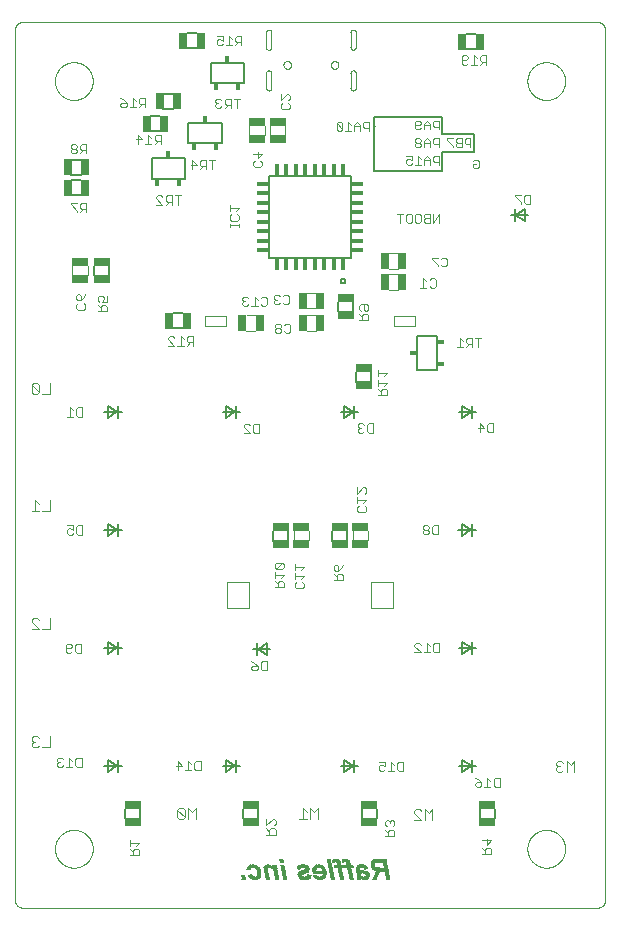
<source format=gbo>
G75*
%MOIN*%
%OFA0B0*%
%FSLAX25Y25*%
%IPPOS*%
%LPD*%
%AMOC8*
5,1,8,0,0,1.08239X$1,22.5*
%
%ADD10C,0.00000*%
%ADD11C,0.00600*%
%ADD12R,0.00075X0.00075*%
%ADD13R,0.00825X0.00075*%
%ADD14R,0.01125X0.00075*%
%ADD15R,0.00900X0.00075*%
%ADD16R,0.01275X0.00075*%
%ADD17R,0.01575X0.00075*%
%ADD18R,0.01350X0.00075*%
%ADD19R,0.01875X0.00075*%
%ADD20R,0.01200X0.00075*%
%ADD21R,0.01500X0.00075*%
%ADD22R,0.01950X0.00075*%
%ADD23R,0.02400X0.00075*%
%ADD24R,0.01425X0.00075*%
%ADD25R,0.02325X0.00075*%
%ADD26R,0.02775X0.00075*%
%ADD27R,0.02550X0.00075*%
%ADD28R,0.02925X0.00075*%
%ADD29R,0.02025X0.00075*%
%ADD30R,0.02850X0.00075*%
%ADD31R,0.03225X0.00075*%
%ADD32R,0.02250X0.00075*%
%ADD33R,0.03000X0.00075*%
%ADD34R,0.03450X0.00075*%
%ADD35R,0.03150X0.00075*%
%ADD36R,0.03525X0.00075*%
%ADD37R,0.03075X0.00075*%
%ADD38R,0.03300X0.00075*%
%ADD39R,0.03825X0.00075*%
%ADD40R,0.03375X0.00075*%
%ADD41R,0.03975X0.00075*%
%ADD42R,0.03675X0.00075*%
%ADD43R,0.04050X0.00075*%
%ADD44R,0.04125X0.00075*%
%ADD45R,0.03750X0.00075*%
%ADD46R,0.04275X0.00075*%
%ADD47R,0.01800X0.00075*%
%ADD48R,0.01650X0.00075*%
%ADD49R,0.01725X0.00075*%
%ADD50R,0.00675X0.00075*%
%ADD51R,0.00750X0.00075*%
%ADD52R,0.00300X0.00075*%
%ADD53R,0.00225X0.00075*%
%ADD54R,0.04650X0.00075*%
%ADD55R,0.02700X0.00075*%
%ADD56R,0.02100X0.00075*%
%ADD57R,0.04725X0.00075*%
%ADD58R,0.04200X0.00075*%
%ADD59R,0.04575X0.00075*%
%ADD60R,0.02175X0.00075*%
%ADD61R,0.04800X0.00075*%
%ADD62R,0.04950X0.00075*%
%ADD63R,0.05100X0.00075*%
%ADD64R,0.01050X0.00075*%
%ADD65R,0.05175X0.00075*%
%ADD66R,0.05325X0.00075*%
%ADD67R,0.00150X0.00075*%
%ADD68R,0.05250X0.00075*%
%ADD69R,0.05475X0.00075*%
%ADD70R,0.03900X0.00075*%
%ADD71R,0.04350X0.00075*%
%ADD72R,0.03600X0.00075*%
%ADD73R,0.02475X0.00075*%
%ADD74R,0.02625X0.00075*%
%ADD75R,0.05400X0.00075*%
%ADD76R,0.00525X0.00075*%
%ADD77R,0.04875X0.00075*%
%ADD78R,0.04500X0.00075*%
%ADD79C,0.00500*%
%ADD80C,0.00400*%
%ADD81R,0.02953X0.05709*%
%ADD82C,0.00300*%
%ADD83R,0.05709X0.02953*%
%ADD84C,0.00591*%
%ADD85C,0.00800*%
%ADD86R,0.05512X0.02559*%
%ADD87R,0.02559X0.05512*%
%ADD88R,0.01181X0.03839*%
%ADD89R,0.03839X0.01181*%
%ADD90R,0.01800X0.02300*%
%ADD91R,0.02300X0.01800*%
D10*
X0029445Y0012103D02*
X0029445Y0301811D01*
X0029447Y0301915D01*
X0029453Y0302019D01*
X0029463Y0302123D01*
X0029476Y0302226D01*
X0029494Y0302329D01*
X0029515Y0302430D01*
X0029540Y0302532D01*
X0029569Y0302632D01*
X0029601Y0302730D01*
X0029637Y0302828D01*
X0029677Y0302924D01*
X0029721Y0303019D01*
X0029768Y0303112D01*
X0029818Y0303203D01*
X0029872Y0303292D01*
X0029929Y0303379D01*
X0029989Y0303464D01*
X0030052Y0303547D01*
X0030119Y0303627D01*
X0030188Y0303705D01*
X0030260Y0303780D01*
X0030335Y0303852D01*
X0030413Y0303921D01*
X0030493Y0303988D01*
X0030576Y0304051D01*
X0030661Y0304111D01*
X0030748Y0304168D01*
X0030837Y0304222D01*
X0030928Y0304272D01*
X0031021Y0304319D01*
X0031116Y0304363D01*
X0031212Y0304403D01*
X0031310Y0304439D01*
X0031408Y0304471D01*
X0031508Y0304500D01*
X0031610Y0304525D01*
X0031711Y0304546D01*
X0031814Y0304564D01*
X0031917Y0304577D01*
X0032021Y0304587D01*
X0032125Y0304593D01*
X0032229Y0304595D01*
X0032229Y0304594D02*
X0223512Y0304594D01*
X0223512Y0304595D02*
X0223616Y0304593D01*
X0223720Y0304587D01*
X0223824Y0304577D01*
X0223927Y0304564D01*
X0224030Y0304546D01*
X0224131Y0304525D01*
X0224233Y0304500D01*
X0224333Y0304471D01*
X0224431Y0304439D01*
X0224529Y0304403D01*
X0224625Y0304363D01*
X0224720Y0304319D01*
X0224813Y0304272D01*
X0224904Y0304222D01*
X0224993Y0304168D01*
X0225080Y0304111D01*
X0225165Y0304051D01*
X0225248Y0303988D01*
X0225328Y0303921D01*
X0225406Y0303852D01*
X0225481Y0303780D01*
X0225553Y0303705D01*
X0225622Y0303627D01*
X0225689Y0303547D01*
X0225752Y0303464D01*
X0225812Y0303379D01*
X0225869Y0303292D01*
X0225923Y0303203D01*
X0225973Y0303112D01*
X0226020Y0303019D01*
X0226064Y0302924D01*
X0226104Y0302828D01*
X0226140Y0302730D01*
X0226172Y0302632D01*
X0226201Y0302532D01*
X0226226Y0302430D01*
X0226247Y0302329D01*
X0226265Y0302226D01*
X0226278Y0302123D01*
X0226288Y0302019D01*
X0226294Y0301915D01*
X0226296Y0301811D01*
X0226296Y0012103D01*
X0226294Y0011999D01*
X0226288Y0011895D01*
X0226278Y0011791D01*
X0226265Y0011688D01*
X0226247Y0011585D01*
X0226226Y0011484D01*
X0226201Y0011382D01*
X0226172Y0011282D01*
X0226140Y0011184D01*
X0226104Y0011086D01*
X0226064Y0010990D01*
X0226020Y0010895D01*
X0225973Y0010802D01*
X0225923Y0010711D01*
X0225869Y0010622D01*
X0225812Y0010535D01*
X0225752Y0010450D01*
X0225689Y0010367D01*
X0225622Y0010287D01*
X0225553Y0010209D01*
X0225481Y0010134D01*
X0225406Y0010062D01*
X0225328Y0009993D01*
X0225248Y0009926D01*
X0225165Y0009863D01*
X0225080Y0009803D01*
X0224993Y0009746D01*
X0224904Y0009692D01*
X0224813Y0009642D01*
X0224720Y0009595D01*
X0224625Y0009551D01*
X0224529Y0009511D01*
X0224431Y0009475D01*
X0224333Y0009443D01*
X0224233Y0009414D01*
X0224131Y0009389D01*
X0224030Y0009368D01*
X0223927Y0009350D01*
X0223824Y0009337D01*
X0223720Y0009327D01*
X0223616Y0009321D01*
X0223512Y0009319D01*
X0032229Y0009319D01*
X0032125Y0009321D01*
X0032021Y0009327D01*
X0031917Y0009337D01*
X0031814Y0009350D01*
X0031711Y0009368D01*
X0031610Y0009389D01*
X0031508Y0009414D01*
X0031408Y0009443D01*
X0031310Y0009475D01*
X0031212Y0009511D01*
X0031116Y0009551D01*
X0031021Y0009595D01*
X0030928Y0009642D01*
X0030837Y0009692D01*
X0030748Y0009746D01*
X0030661Y0009803D01*
X0030576Y0009863D01*
X0030493Y0009926D01*
X0030413Y0009993D01*
X0030335Y0010062D01*
X0030260Y0010134D01*
X0030188Y0010209D01*
X0030119Y0010287D01*
X0030052Y0010367D01*
X0029989Y0010450D01*
X0029929Y0010535D01*
X0029872Y0010622D01*
X0029818Y0010711D01*
X0029768Y0010802D01*
X0029721Y0010895D01*
X0029677Y0010990D01*
X0029637Y0011086D01*
X0029601Y0011184D01*
X0029569Y0011282D01*
X0029540Y0011382D01*
X0029515Y0011484D01*
X0029494Y0011585D01*
X0029476Y0011688D01*
X0029463Y0011791D01*
X0029453Y0011895D01*
X0029447Y0011999D01*
X0029445Y0012103D01*
X0042831Y0029004D02*
X0042833Y0029162D01*
X0042839Y0029320D01*
X0042849Y0029478D01*
X0042863Y0029636D01*
X0042881Y0029793D01*
X0042902Y0029950D01*
X0042928Y0030106D01*
X0042958Y0030262D01*
X0042991Y0030417D01*
X0043029Y0030570D01*
X0043070Y0030723D01*
X0043115Y0030875D01*
X0043164Y0031026D01*
X0043217Y0031175D01*
X0043273Y0031323D01*
X0043333Y0031469D01*
X0043397Y0031614D01*
X0043465Y0031757D01*
X0043536Y0031899D01*
X0043610Y0032039D01*
X0043688Y0032176D01*
X0043770Y0032312D01*
X0043854Y0032446D01*
X0043943Y0032577D01*
X0044034Y0032706D01*
X0044129Y0032833D01*
X0044226Y0032958D01*
X0044327Y0033080D01*
X0044431Y0033199D01*
X0044538Y0033316D01*
X0044648Y0033430D01*
X0044761Y0033541D01*
X0044876Y0033650D01*
X0044994Y0033755D01*
X0045115Y0033857D01*
X0045238Y0033957D01*
X0045364Y0034053D01*
X0045492Y0034146D01*
X0045622Y0034236D01*
X0045755Y0034322D01*
X0045890Y0034406D01*
X0046026Y0034485D01*
X0046165Y0034562D01*
X0046306Y0034634D01*
X0046448Y0034704D01*
X0046592Y0034769D01*
X0046738Y0034831D01*
X0046885Y0034889D01*
X0047034Y0034944D01*
X0047184Y0034995D01*
X0047335Y0035042D01*
X0047487Y0035085D01*
X0047640Y0035124D01*
X0047795Y0035160D01*
X0047950Y0035191D01*
X0048106Y0035219D01*
X0048262Y0035243D01*
X0048419Y0035263D01*
X0048577Y0035279D01*
X0048734Y0035291D01*
X0048893Y0035299D01*
X0049051Y0035303D01*
X0049209Y0035303D01*
X0049367Y0035299D01*
X0049526Y0035291D01*
X0049683Y0035279D01*
X0049841Y0035263D01*
X0049998Y0035243D01*
X0050154Y0035219D01*
X0050310Y0035191D01*
X0050465Y0035160D01*
X0050620Y0035124D01*
X0050773Y0035085D01*
X0050925Y0035042D01*
X0051076Y0034995D01*
X0051226Y0034944D01*
X0051375Y0034889D01*
X0051522Y0034831D01*
X0051668Y0034769D01*
X0051812Y0034704D01*
X0051954Y0034634D01*
X0052095Y0034562D01*
X0052234Y0034485D01*
X0052370Y0034406D01*
X0052505Y0034322D01*
X0052638Y0034236D01*
X0052768Y0034146D01*
X0052896Y0034053D01*
X0053022Y0033957D01*
X0053145Y0033857D01*
X0053266Y0033755D01*
X0053384Y0033650D01*
X0053499Y0033541D01*
X0053612Y0033430D01*
X0053722Y0033316D01*
X0053829Y0033199D01*
X0053933Y0033080D01*
X0054034Y0032958D01*
X0054131Y0032833D01*
X0054226Y0032706D01*
X0054317Y0032577D01*
X0054406Y0032446D01*
X0054490Y0032312D01*
X0054572Y0032176D01*
X0054650Y0032039D01*
X0054724Y0031899D01*
X0054795Y0031757D01*
X0054863Y0031614D01*
X0054927Y0031469D01*
X0054987Y0031323D01*
X0055043Y0031175D01*
X0055096Y0031026D01*
X0055145Y0030875D01*
X0055190Y0030723D01*
X0055231Y0030570D01*
X0055269Y0030417D01*
X0055302Y0030262D01*
X0055332Y0030106D01*
X0055358Y0029950D01*
X0055379Y0029793D01*
X0055397Y0029636D01*
X0055411Y0029478D01*
X0055421Y0029320D01*
X0055427Y0029162D01*
X0055429Y0029004D01*
X0055427Y0028846D01*
X0055421Y0028688D01*
X0055411Y0028530D01*
X0055397Y0028372D01*
X0055379Y0028215D01*
X0055358Y0028058D01*
X0055332Y0027902D01*
X0055302Y0027746D01*
X0055269Y0027591D01*
X0055231Y0027438D01*
X0055190Y0027285D01*
X0055145Y0027133D01*
X0055096Y0026982D01*
X0055043Y0026833D01*
X0054987Y0026685D01*
X0054927Y0026539D01*
X0054863Y0026394D01*
X0054795Y0026251D01*
X0054724Y0026109D01*
X0054650Y0025969D01*
X0054572Y0025832D01*
X0054490Y0025696D01*
X0054406Y0025562D01*
X0054317Y0025431D01*
X0054226Y0025302D01*
X0054131Y0025175D01*
X0054034Y0025050D01*
X0053933Y0024928D01*
X0053829Y0024809D01*
X0053722Y0024692D01*
X0053612Y0024578D01*
X0053499Y0024467D01*
X0053384Y0024358D01*
X0053266Y0024253D01*
X0053145Y0024151D01*
X0053022Y0024051D01*
X0052896Y0023955D01*
X0052768Y0023862D01*
X0052638Y0023772D01*
X0052505Y0023686D01*
X0052370Y0023602D01*
X0052234Y0023523D01*
X0052095Y0023446D01*
X0051954Y0023374D01*
X0051812Y0023304D01*
X0051668Y0023239D01*
X0051522Y0023177D01*
X0051375Y0023119D01*
X0051226Y0023064D01*
X0051076Y0023013D01*
X0050925Y0022966D01*
X0050773Y0022923D01*
X0050620Y0022884D01*
X0050465Y0022848D01*
X0050310Y0022817D01*
X0050154Y0022789D01*
X0049998Y0022765D01*
X0049841Y0022745D01*
X0049683Y0022729D01*
X0049526Y0022717D01*
X0049367Y0022709D01*
X0049209Y0022705D01*
X0049051Y0022705D01*
X0048893Y0022709D01*
X0048734Y0022717D01*
X0048577Y0022729D01*
X0048419Y0022745D01*
X0048262Y0022765D01*
X0048106Y0022789D01*
X0047950Y0022817D01*
X0047795Y0022848D01*
X0047640Y0022884D01*
X0047487Y0022923D01*
X0047335Y0022966D01*
X0047184Y0023013D01*
X0047034Y0023064D01*
X0046885Y0023119D01*
X0046738Y0023177D01*
X0046592Y0023239D01*
X0046448Y0023304D01*
X0046306Y0023374D01*
X0046165Y0023446D01*
X0046026Y0023523D01*
X0045890Y0023602D01*
X0045755Y0023686D01*
X0045622Y0023772D01*
X0045492Y0023862D01*
X0045364Y0023955D01*
X0045238Y0024051D01*
X0045115Y0024151D01*
X0044994Y0024253D01*
X0044876Y0024358D01*
X0044761Y0024467D01*
X0044648Y0024578D01*
X0044538Y0024692D01*
X0044431Y0024809D01*
X0044327Y0024928D01*
X0044226Y0025050D01*
X0044129Y0025175D01*
X0044034Y0025302D01*
X0043943Y0025431D01*
X0043854Y0025562D01*
X0043770Y0025696D01*
X0043688Y0025832D01*
X0043610Y0025969D01*
X0043536Y0026109D01*
X0043465Y0026251D01*
X0043397Y0026394D01*
X0043333Y0026539D01*
X0043273Y0026685D01*
X0043217Y0026833D01*
X0043164Y0026982D01*
X0043115Y0027133D01*
X0043070Y0027285D01*
X0043029Y0027438D01*
X0042991Y0027591D01*
X0042958Y0027746D01*
X0042928Y0027902D01*
X0042902Y0028058D01*
X0042881Y0028215D01*
X0042863Y0028372D01*
X0042849Y0028530D01*
X0042839Y0028688D01*
X0042833Y0028846D01*
X0042831Y0029004D01*
X0100311Y0109319D02*
X0107398Y0109319D01*
X0107398Y0117980D01*
X0100311Y0117980D01*
X0100311Y0109319D01*
X0148343Y0109319D02*
X0155429Y0109319D01*
X0155429Y0117980D01*
X0148343Y0117980D01*
X0148343Y0109319D01*
X0200311Y0029004D02*
X0200313Y0029162D01*
X0200319Y0029320D01*
X0200329Y0029478D01*
X0200343Y0029636D01*
X0200361Y0029793D01*
X0200382Y0029950D01*
X0200408Y0030106D01*
X0200438Y0030262D01*
X0200471Y0030417D01*
X0200509Y0030570D01*
X0200550Y0030723D01*
X0200595Y0030875D01*
X0200644Y0031026D01*
X0200697Y0031175D01*
X0200753Y0031323D01*
X0200813Y0031469D01*
X0200877Y0031614D01*
X0200945Y0031757D01*
X0201016Y0031899D01*
X0201090Y0032039D01*
X0201168Y0032176D01*
X0201250Y0032312D01*
X0201334Y0032446D01*
X0201423Y0032577D01*
X0201514Y0032706D01*
X0201609Y0032833D01*
X0201706Y0032958D01*
X0201807Y0033080D01*
X0201911Y0033199D01*
X0202018Y0033316D01*
X0202128Y0033430D01*
X0202241Y0033541D01*
X0202356Y0033650D01*
X0202474Y0033755D01*
X0202595Y0033857D01*
X0202718Y0033957D01*
X0202844Y0034053D01*
X0202972Y0034146D01*
X0203102Y0034236D01*
X0203235Y0034322D01*
X0203370Y0034406D01*
X0203506Y0034485D01*
X0203645Y0034562D01*
X0203786Y0034634D01*
X0203928Y0034704D01*
X0204072Y0034769D01*
X0204218Y0034831D01*
X0204365Y0034889D01*
X0204514Y0034944D01*
X0204664Y0034995D01*
X0204815Y0035042D01*
X0204967Y0035085D01*
X0205120Y0035124D01*
X0205275Y0035160D01*
X0205430Y0035191D01*
X0205586Y0035219D01*
X0205742Y0035243D01*
X0205899Y0035263D01*
X0206057Y0035279D01*
X0206214Y0035291D01*
X0206373Y0035299D01*
X0206531Y0035303D01*
X0206689Y0035303D01*
X0206847Y0035299D01*
X0207006Y0035291D01*
X0207163Y0035279D01*
X0207321Y0035263D01*
X0207478Y0035243D01*
X0207634Y0035219D01*
X0207790Y0035191D01*
X0207945Y0035160D01*
X0208100Y0035124D01*
X0208253Y0035085D01*
X0208405Y0035042D01*
X0208556Y0034995D01*
X0208706Y0034944D01*
X0208855Y0034889D01*
X0209002Y0034831D01*
X0209148Y0034769D01*
X0209292Y0034704D01*
X0209434Y0034634D01*
X0209575Y0034562D01*
X0209714Y0034485D01*
X0209850Y0034406D01*
X0209985Y0034322D01*
X0210118Y0034236D01*
X0210248Y0034146D01*
X0210376Y0034053D01*
X0210502Y0033957D01*
X0210625Y0033857D01*
X0210746Y0033755D01*
X0210864Y0033650D01*
X0210979Y0033541D01*
X0211092Y0033430D01*
X0211202Y0033316D01*
X0211309Y0033199D01*
X0211413Y0033080D01*
X0211514Y0032958D01*
X0211611Y0032833D01*
X0211706Y0032706D01*
X0211797Y0032577D01*
X0211886Y0032446D01*
X0211970Y0032312D01*
X0212052Y0032176D01*
X0212130Y0032039D01*
X0212204Y0031899D01*
X0212275Y0031757D01*
X0212343Y0031614D01*
X0212407Y0031469D01*
X0212467Y0031323D01*
X0212523Y0031175D01*
X0212576Y0031026D01*
X0212625Y0030875D01*
X0212670Y0030723D01*
X0212711Y0030570D01*
X0212749Y0030417D01*
X0212782Y0030262D01*
X0212812Y0030106D01*
X0212838Y0029950D01*
X0212859Y0029793D01*
X0212877Y0029636D01*
X0212891Y0029478D01*
X0212901Y0029320D01*
X0212907Y0029162D01*
X0212909Y0029004D01*
X0212907Y0028846D01*
X0212901Y0028688D01*
X0212891Y0028530D01*
X0212877Y0028372D01*
X0212859Y0028215D01*
X0212838Y0028058D01*
X0212812Y0027902D01*
X0212782Y0027746D01*
X0212749Y0027591D01*
X0212711Y0027438D01*
X0212670Y0027285D01*
X0212625Y0027133D01*
X0212576Y0026982D01*
X0212523Y0026833D01*
X0212467Y0026685D01*
X0212407Y0026539D01*
X0212343Y0026394D01*
X0212275Y0026251D01*
X0212204Y0026109D01*
X0212130Y0025969D01*
X0212052Y0025832D01*
X0211970Y0025696D01*
X0211886Y0025562D01*
X0211797Y0025431D01*
X0211706Y0025302D01*
X0211611Y0025175D01*
X0211514Y0025050D01*
X0211413Y0024928D01*
X0211309Y0024809D01*
X0211202Y0024692D01*
X0211092Y0024578D01*
X0210979Y0024467D01*
X0210864Y0024358D01*
X0210746Y0024253D01*
X0210625Y0024151D01*
X0210502Y0024051D01*
X0210376Y0023955D01*
X0210248Y0023862D01*
X0210118Y0023772D01*
X0209985Y0023686D01*
X0209850Y0023602D01*
X0209714Y0023523D01*
X0209575Y0023446D01*
X0209434Y0023374D01*
X0209292Y0023304D01*
X0209148Y0023239D01*
X0209002Y0023177D01*
X0208855Y0023119D01*
X0208706Y0023064D01*
X0208556Y0023013D01*
X0208405Y0022966D01*
X0208253Y0022923D01*
X0208100Y0022884D01*
X0207945Y0022848D01*
X0207790Y0022817D01*
X0207634Y0022789D01*
X0207478Y0022765D01*
X0207321Y0022745D01*
X0207163Y0022729D01*
X0207006Y0022717D01*
X0206847Y0022709D01*
X0206689Y0022705D01*
X0206531Y0022705D01*
X0206373Y0022709D01*
X0206214Y0022717D01*
X0206057Y0022729D01*
X0205899Y0022745D01*
X0205742Y0022765D01*
X0205586Y0022789D01*
X0205430Y0022817D01*
X0205275Y0022848D01*
X0205120Y0022884D01*
X0204967Y0022923D01*
X0204815Y0022966D01*
X0204664Y0023013D01*
X0204514Y0023064D01*
X0204365Y0023119D01*
X0204218Y0023177D01*
X0204072Y0023239D01*
X0203928Y0023304D01*
X0203786Y0023374D01*
X0203645Y0023446D01*
X0203506Y0023523D01*
X0203370Y0023602D01*
X0203235Y0023686D01*
X0203102Y0023772D01*
X0202972Y0023862D01*
X0202844Y0023955D01*
X0202718Y0024051D01*
X0202595Y0024151D01*
X0202474Y0024253D01*
X0202356Y0024358D01*
X0202241Y0024467D01*
X0202128Y0024578D01*
X0202018Y0024692D01*
X0201911Y0024809D01*
X0201807Y0024928D01*
X0201706Y0025050D01*
X0201609Y0025175D01*
X0201514Y0025302D01*
X0201423Y0025431D01*
X0201334Y0025562D01*
X0201250Y0025696D01*
X0201168Y0025832D01*
X0201090Y0025969D01*
X0201016Y0026109D01*
X0200945Y0026251D01*
X0200877Y0026394D01*
X0200813Y0026539D01*
X0200753Y0026685D01*
X0200697Y0026833D01*
X0200644Y0026982D01*
X0200595Y0027133D01*
X0200550Y0027285D01*
X0200509Y0027438D01*
X0200471Y0027591D01*
X0200438Y0027746D01*
X0200408Y0027902D01*
X0200382Y0028058D01*
X0200361Y0028215D01*
X0200343Y0028372D01*
X0200329Y0028530D01*
X0200319Y0028688D01*
X0200313Y0028846D01*
X0200311Y0029004D01*
X0162910Y0203413D02*
X0155823Y0203413D01*
X0155823Y0206563D01*
X0162910Y0206563D01*
X0162910Y0203413D01*
X0143126Y0282646D02*
X0143126Y0287567D01*
X0143124Y0287625D01*
X0143118Y0287683D01*
X0143109Y0287740D01*
X0143096Y0287796D01*
X0143079Y0287852D01*
X0143059Y0287906D01*
X0143035Y0287959D01*
X0143007Y0288010D01*
X0142977Y0288059D01*
X0142943Y0288106D01*
X0142906Y0288151D01*
X0142866Y0288193D01*
X0142824Y0288233D01*
X0142779Y0288270D01*
X0142732Y0288304D01*
X0142683Y0288334D01*
X0142632Y0288362D01*
X0142579Y0288386D01*
X0142525Y0288406D01*
X0142469Y0288423D01*
X0142413Y0288436D01*
X0142356Y0288445D01*
X0142298Y0288451D01*
X0142240Y0288453D01*
X0142182Y0288451D01*
X0142124Y0288445D01*
X0142067Y0288436D01*
X0142011Y0288423D01*
X0141955Y0288406D01*
X0141901Y0288386D01*
X0141848Y0288362D01*
X0141797Y0288334D01*
X0141748Y0288304D01*
X0141701Y0288270D01*
X0141656Y0288233D01*
X0141614Y0288193D01*
X0141574Y0288151D01*
X0141537Y0288106D01*
X0141503Y0288059D01*
X0141473Y0288010D01*
X0141445Y0287959D01*
X0141421Y0287906D01*
X0141401Y0287852D01*
X0141384Y0287796D01*
X0141371Y0287740D01*
X0141362Y0287683D01*
X0141356Y0287625D01*
X0141354Y0287567D01*
X0141355Y0287567D02*
X0141355Y0282646D01*
X0141354Y0282646D02*
X0141356Y0282588D01*
X0141362Y0282530D01*
X0141371Y0282473D01*
X0141384Y0282417D01*
X0141401Y0282361D01*
X0141421Y0282307D01*
X0141445Y0282254D01*
X0141473Y0282203D01*
X0141503Y0282154D01*
X0141537Y0282107D01*
X0141574Y0282062D01*
X0141614Y0282020D01*
X0141656Y0281980D01*
X0141701Y0281943D01*
X0141748Y0281909D01*
X0141797Y0281879D01*
X0141848Y0281851D01*
X0141901Y0281827D01*
X0141955Y0281807D01*
X0142011Y0281790D01*
X0142067Y0281777D01*
X0142124Y0281768D01*
X0142182Y0281762D01*
X0142240Y0281760D01*
X0142298Y0281762D01*
X0142356Y0281768D01*
X0142413Y0281777D01*
X0142469Y0281790D01*
X0142525Y0281807D01*
X0142579Y0281827D01*
X0142632Y0281851D01*
X0142683Y0281879D01*
X0142732Y0281909D01*
X0142779Y0281943D01*
X0142824Y0281980D01*
X0142866Y0282020D01*
X0142906Y0282062D01*
X0142943Y0282107D01*
X0142977Y0282154D01*
X0143007Y0282203D01*
X0143035Y0282254D01*
X0143059Y0282307D01*
X0143079Y0282361D01*
X0143096Y0282417D01*
X0143109Y0282473D01*
X0143118Y0282530D01*
X0143124Y0282588D01*
X0143126Y0282646D01*
X0134760Y0290303D02*
X0134762Y0290374D01*
X0134768Y0290445D01*
X0134778Y0290516D01*
X0134792Y0290585D01*
X0134809Y0290654D01*
X0134831Y0290722D01*
X0134856Y0290789D01*
X0134885Y0290854D01*
X0134917Y0290917D01*
X0134953Y0290979D01*
X0134992Y0291038D01*
X0135035Y0291095D01*
X0135080Y0291150D01*
X0135129Y0291202D01*
X0135180Y0291251D01*
X0135234Y0291297D01*
X0135291Y0291341D01*
X0135349Y0291381D01*
X0135410Y0291417D01*
X0135473Y0291451D01*
X0135538Y0291480D01*
X0135604Y0291506D01*
X0135672Y0291529D01*
X0135740Y0291547D01*
X0135810Y0291562D01*
X0135880Y0291573D01*
X0135951Y0291580D01*
X0136022Y0291583D01*
X0136093Y0291582D01*
X0136164Y0291577D01*
X0136235Y0291568D01*
X0136305Y0291555D01*
X0136374Y0291539D01*
X0136442Y0291518D01*
X0136509Y0291494D01*
X0136575Y0291466D01*
X0136638Y0291434D01*
X0136700Y0291399D01*
X0136760Y0291361D01*
X0136818Y0291319D01*
X0136873Y0291275D01*
X0136926Y0291227D01*
X0136976Y0291176D01*
X0137023Y0291123D01*
X0137067Y0291067D01*
X0137108Y0291009D01*
X0137146Y0290948D01*
X0137180Y0290886D01*
X0137210Y0290821D01*
X0137237Y0290756D01*
X0137261Y0290688D01*
X0137280Y0290620D01*
X0137296Y0290551D01*
X0137308Y0290480D01*
X0137316Y0290410D01*
X0137320Y0290339D01*
X0137320Y0290267D01*
X0137316Y0290196D01*
X0137308Y0290126D01*
X0137296Y0290055D01*
X0137280Y0289986D01*
X0137261Y0289918D01*
X0137237Y0289850D01*
X0137210Y0289785D01*
X0137180Y0289720D01*
X0137146Y0289658D01*
X0137108Y0289597D01*
X0137067Y0289539D01*
X0137023Y0289483D01*
X0136976Y0289430D01*
X0136926Y0289379D01*
X0136873Y0289331D01*
X0136818Y0289287D01*
X0136760Y0289245D01*
X0136700Y0289207D01*
X0136638Y0289172D01*
X0136575Y0289140D01*
X0136509Y0289112D01*
X0136442Y0289088D01*
X0136374Y0289067D01*
X0136305Y0289051D01*
X0136235Y0289038D01*
X0136164Y0289029D01*
X0136093Y0289024D01*
X0136022Y0289023D01*
X0135951Y0289026D01*
X0135880Y0289033D01*
X0135810Y0289044D01*
X0135740Y0289059D01*
X0135672Y0289077D01*
X0135604Y0289100D01*
X0135538Y0289126D01*
X0135473Y0289155D01*
X0135410Y0289189D01*
X0135349Y0289225D01*
X0135291Y0289265D01*
X0135234Y0289309D01*
X0135180Y0289355D01*
X0135129Y0289404D01*
X0135080Y0289456D01*
X0135035Y0289511D01*
X0134992Y0289568D01*
X0134953Y0289627D01*
X0134917Y0289689D01*
X0134885Y0289752D01*
X0134856Y0289817D01*
X0134831Y0289884D01*
X0134809Y0289952D01*
X0134792Y0290021D01*
X0134778Y0290090D01*
X0134768Y0290161D01*
X0134762Y0290232D01*
X0134760Y0290303D01*
X0141355Y0296228D02*
X0141355Y0301150D01*
X0141354Y0301150D02*
X0141356Y0301208D01*
X0141362Y0301266D01*
X0141371Y0301323D01*
X0141384Y0301379D01*
X0141401Y0301435D01*
X0141421Y0301489D01*
X0141445Y0301542D01*
X0141473Y0301593D01*
X0141503Y0301642D01*
X0141537Y0301689D01*
X0141574Y0301734D01*
X0141614Y0301776D01*
X0141656Y0301816D01*
X0141701Y0301853D01*
X0141748Y0301887D01*
X0141797Y0301917D01*
X0141848Y0301945D01*
X0141901Y0301969D01*
X0141955Y0301989D01*
X0142011Y0302006D01*
X0142067Y0302019D01*
X0142124Y0302028D01*
X0142182Y0302034D01*
X0142240Y0302036D01*
X0142298Y0302034D01*
X0142356Y0302028D01*
X0142413Y0302019D01*
X0142469Y0302006D01*
X0142525Y0301989D01*
X0142579Y0301969D01*
X0142632Y0301945D01*
X0142683Y0301917D01*
X0142732Y0301887D01*
X0142779Y0301853D01*
X0142824Y0301816D01*
X0142866Y0301776D01*
X0142906Y0301734D01*
X0142943Y0301689D01*
X0142977Y0301642D01*
X0143007Y0301593D01*
X0143035Y0301542D01*
X0143059Y0301489D01*
X0143079Y0301435D01*
X0143096Y0301379D01*
X0143109Y0301323D01*
X0143118Y0301266D01*
X0143124Y0301208D01*
X0143126Y0301150D01*
X0143126Y0296228D01*
X0143124Y0296170D01*
X0143118Y0296112D01*
X0143109Y0296055D01*
X0143096Y0295999D01*
X0143079Y0295943D01*
X0143059Y0295889D01*
X0143035Y0295836D01*
X0143007Y0295785D01*
X0142977Y0295736D01*
X0142943Y0295689D01*
X0142906Y0295644D01*
X0142866Y0295602D01*
X0142824Y0295562D01*
X0142779Y0295525D01*
X0142732Y0295491D01*
X0142683Y0295461D01*
X0142632Y0295433D01*
X0142579Y0295409D01*
X0142525Y0295389D01*
X0142469Y0295372D01*
X0142413Y0295359D01*
X0142356Y0295350D01*
X0142298Y0295344D01*
X0142240Y0295342D01*
X0142182Y0295344D01*
X0142124Y0295350D01*
X0142067Y0295359D01*
X0142011Y0295372D01*
X0141955Y0295389D01*
X0141901Y0295409D01*
X0141848Y0295433D01*
X0141797Y0295461D01*
X0141748Y0295491D01*
X0141701Y0295525D01*
X0141656Y0295562D01*
X0141614Y0295602D01*
X0141574Y0295644D01*
X0141537Y0295689D01*
X0141503Y0295736D01*
X0141473Y0295785D01*
X0141445Y0295836D01*
X0141421Y0295889D01*
X0141401Y0295943D01*
X0141384Y0295999D01*
X0141371Y0296055D01*
X0141362Y0296112D01*
X0141356Y0296170D01*
X0141354Y0296228D01*
X0119012Y0290303D02*
X0119014Y0290374D01*
X0119020Y0290445D01*
X0119030Y0290516D01*
X0119044Y0290585D01*
X0119061Y0290654D01*
X0119083Y0290722D01*
X0119108Y0290789D01*
X0119137Y0290854D01*
X0119169Y0290917D01*
X0119205Y0290979D01*
X0119244Y0291038D01*
X0119287Y0291095D01*
X0119332Y0291150D01*
X0119381Y0291202D01*
X0119432Y0291251D01*
X0119486Y0291297D01*
X0119543Y0291341D01*
X0119601Y0291381D01*
X0119662Y0291417D01*
X0119725Y0291451D01*
X0119790Y0291480D01*
X0119856Y0291506D01*
X0119924Y0291529D01*
X0119992Y0291547D01*
X0120062Y0291562D01*
X0120132Y0291573D01*
X0120203Y0291580D01*
X0120274Y0291583D01*
X0120345Y0291582D01*
X0120416Y0291577D01*
X0120487Y0291568D01*
X0120557Y0291555D01*
X0120626Y0291539D01*
X0120694Y0291518D01*
X0120761Y0291494D01*
X0120827Y0291466D01*
X0120890Y0291434D01*
X0120952Y0291399D01*
X0121012Y0291361D01*
X0121070Y0291319D01*
X0121125Y0291275D01*
X0121178Y0291227D01*
X0121228Y0291176D01*
X0121275Y0291123D01*
X0121319Y0291067D01*
X0121360Y0291009D01*
X0121398Y0290948D01*
X0121432Y0290886D01*
X0121462Y0290821D01*
X0121489Y0290756D01*
X0121513Y0290688D01*
X0121532Y0290620D01*
X0121548Y0290551D01*
X0121560Y0290480D01*
X0121568Y0290410D01*
X0121572Y0290339D01*
X0121572Y0290267D01*
X0121568Y0290196D01*
X0121560Y0290126D01*
X0121548Y0290055D01*
X0121532Y0289986D01*
X0121513Y0289918D01*
X0121489Y0289850D01*
X0121462Y0289785D01*
X0121432Y0289720D01*
X0121398Y0289658D01*
X0121360Y0289597D01*
X0121319Y0289539D01*
X0121275Y0289483D01*
X0121228Y0289430D01*
X0121178Y0289379D01*
X0121125Y0289331D01*
X0121070Y0289287D01*
X0121012Y0289245D01*
X0120952Y0289207D01*
X0120890Y0289172D01*
X0120827Y0289140D01*
X0120761Y0289112D01*
X0120694Y0289088D01*
X0120626Y0289067D01*
X0120557Y0289051D01*
X0120487Y0289038D01*
X0120416Y0289029D01*
X0120345Y0289024D01*
X0120274Y0289023D01*
X0120203Y0289026D01*
X0120132Y0289033D01*
X0120062Y0289044D01*
X0119992Y0289059D01*
X0119924Y0289077D01*
X0119856Y0289100D01*
X0119790Y0289126D01*
X0119725Y0289155D01*
X0119662Y0289189D01*
X0119601Y0289225D01*
X0119543Y0289265D01*
X0119486Y0289309D01*
X0119432Y0289355D01*
X0119381Y0289404D01*
X0119332Y0289456D01*
X0119287Y0289511D01*
X0119244Y0289568D01*
X0119205Y0289627D01*
X0119169Y0289689D01*
X0119137Y0289752D01*
X0119108Y0289817D01*
X0119083Y0289884D01*
X0119061Y0289952D01*
X0119044Y0290021D01*
X0119030Y0290090D01*
X0119020Y0290161D01*
X0119014Y0290232D01*
X0119012Y0290303D01*
X0114977Y0287567D02*
X0114977Y0282646D01*
X0114975Y0282588D01*
X0114969Y0282530D01*
X0114960Y0282473D01*
X0114947Y0282417D01*
X0114930Y0282361D01*
X0114910Y0282307D01*
X0114886Y0282254D01*
X0114858Y0282203D01*
X0114828Y0282154D01*
X0114794Y0282107D01*
X0114757Y0282062D01*
X0114717Y0282020D01*
X0114675Y0281980D01*
X0114630Y0281943D01*
X0114583Y0281909D01*
X0114534Y0281879D01*
X0114483Y0281851D01*
X0114430Y0281827D01*
X0114376Y0281807D01*
X0114320Y0281790D01*
X0114264Y0281777D01*
X0114207Y0281768D01*
X0114149Y0281762D01*
X0114091Y0281760D01*
X0114033Y0281762D01*
X0113975Y0281768D01*
X0113918Y0281777D01*
X0113862Y0281790D01*
X0113806Y0281807D01*
X0113752Y0281827D01*
X0113699Y0281851D01*
X0113648Y0281879D01*
X0113599Y0281909D01*
X0113552Y0281943D01*
X0113507Y0281980D01*
X0113465Y0282020D01*
X0113425Y0282062D01*
X0113388Y0282107D01*
X0113354Y0282154D01*
X0113324Y0282203D01*
X0113296Y0282254D01*
X0113272Y0282307D01*
X0113252Y0282361D01*
X0113235Y0282417D01*
X0113222Y0282473D01*
X0113213Y0282530D01*
X0113207Y0282588D01*
X0113205Y0282646D01*
X0113205Y0287567D01*
X0113207Y0287625D01*
X0113213Y0287683D01*
X0113222Y0287740D01*
X0113235Y0287796D01*
X0113252Y0287852D01*
X0113272Y0287906D01*
X0113296Y0287959D01*
X0113324Y0288010D01*
X0113354Y0288059D01*
X0113388Y0288106D01*
X0113425Y0288151D01*
X0113465Y0288193D01*
X0113507Y0288233D01*
X0113552Y0288270D01*
X0113599Y0288304D01*
X0113648Y0288334D01*
X0113699Y0288362D01*
X0113752Y0288386D01*
X0113806Y0288406D01*
X0113862Y0288423D01*
X0113918Y0288436D01*
X0113975Y0288445D01*
X0114033Y0288451D01*
X0114091Y0288453D01*
X0114149Y0288451D01*
X0114207Y0288445D01*
X0114264Y0288436D01*
X0114320Y0288423D01*
X0114376Y0288406D01*
X0114430Y0288386D01*
X0114483Y0288362D01*
X0114534Y0288334D01*
X0114583Y0288304D01*
X0114630Y0288270D01*
X0114675Y0288233D01*
X0114717Y0288193D01*
X0114757Y0288151D01*
X0114794Y0288106D01*
X0114828Y0288059D01*
X0114858Y0288010D01*
X0114886Y0287959D01*
X0114910Y0287906D01*
X0114930Y0287852D01*
X0114947Y0287796D01*
X0114960Y0287740D01*
X0114969Y0287683D01*
X0114975Y0287625D01*
X0114977Y0287567D01*
X0114977Y0296228D02*
X0114977Y0301150D01*
X0114975Y0301208D01*
X0114969Y0301266D01*
X0114960Y0301323D01*
X0114947Y0301379D01*
X0114930Y0301435D01*
X0114910Y0301489D01*
X0114886Y0301542D01*
X0114858Y0301593D01*
X0114828Y0301642D01*
X0114794Y0301689D01*
X0114757Y0301734D01*
X0114717Y0301776D01*
X0114675Y0301816D01*
X0114630Y0301853D01*
X0114583Y0301887D01*
X0114534Y0301917D01*
X0114483Y0301945D01*
X0114430Y0301969D01*
X0114376Y0301989D01*
X0114320Y0302006D01*
X0114264Y0302019D01*
X0114207Y0302028D01*
X0114149Y0302034D01*
X0114091Y0302036D01*
X0114033Y0302034D01*
X0113975Y0302028D01*
X0113918Y0302019D01*
X0113862Y0302006D01*
X0113806Y0301989D01*
X0113752Y0301969D01*
X0113699Y0301945D01*
X0113648Y0301917D01*
X0113599Y0301887D01*
X0113552Y0301853D01*
X0113507Y0301816D01*
X0113465Y0301776D01*
X0113425Y0301734D01*
X0113388Y0301689D01*
X0113354Y0301642D01*
X0113324Y0301593D01*
X0113296Y0301542D01*
X0113272Y0301489D01*
X0113252Y0301435D01*
X0113235Y0301379D01*
X0113222Y0301323D01*
X0113213Y0301266D01*
X0113207Y0301208D01*
X0113205Y0301150D01*
X0113205Y0296228D01*
X0113207Y0296170D01*
X0113213Y0296112D01*
X0113222Y0296055D01*
X0113235Y0295999D01*
X0113252Y0295943D01*
X0113272Y0295889D01*
X0113296Y0295836D01*
X0113324Y0295785D01*
X0113354Y0295736D01*
X0113388Y0295689D01*
X0113425Y0295644D01*
X0113465Y0295602D01*
X0113507Y0295562D01*
X0113552Y0295525D01*
X0113599Y0295491D01*
X0113648Y0295461D01*
X0113699Y0295433D01*
X0113752Y0295409D01*
X0113806Y0295389D01*
X0113862Y0295372D01*
X0113918Y0295359D01*
X0113975Y0295350D01*
X0114033Y0295344D01*
X0114091Y0295342D01*
X0114149Y0295344D01*
X0114207Y0295350D01*
X0114264Y0295359D01*
X0114320Y0295372D01*
X0114376Y0295389D01*
X0114430Y0295409D01*
X0114483Y0295433D01*
X0114534Y0295461D01*
X0114583Y0295491D01*
X0114630Y0295525D01*
X0114675Y0295562D01*
X0114717Y0295602D01*
X0114757Y0295644D01*
X0114794Y0295689D01*
X0114828Y0295736D01*
X0114858Y0295785D01*
X0114886Y0295836D01*
X0114910Y0295889D01*
X0114930Y0295943D01*
X0114947Y0295999D01*
X0114960Y0296055D01*
X0114969Y0296112D01*
X0114975Y0296170D01*
X0114977Y0296228D01*
X0099918Y0206563D02*
X0092831Y0206563D01*
X0092831Y0203413D01*
X0099918Y0203413D01*
X0099918Y0206563D01*
X0042831Y0284909D02*
X0042833Y0285067D01*
X0042839Y0285225D01*
X0042849Y0285383D01*
X0042863Y0285541D01*
X0042881Y0285698D01*
X0042902Y0285855D01*
X0042928Y0286011D01*
X0042958Y0286167D01*
X0042991Y0286322D01*
X0043029Y0286475D01*
X0043070Y0286628D01*
X0043115Y0286780D01*
X0043164Y0286931D01*
X0043217Y0287080D01*
X0043273Y0287228D01*
X0043333Y0287374D01*
X0043397Y0287519D01*
X0043465Y0287662D01*
X0043536Y0287804D01*
X0043610Y0287944D01*
X0043688Y0288081D01*
X0043770Y0288217D01*
X0043854Y0288351D01*
X0043943Y0288482D01*
X0044034Y0288611D01*
X0044129Y0288738D01*
X0044226Y0288863D01*
X0044327Y0288985D01*
X0044431Y0289104D01*
X0044538Y0289221D01*
X0044648Y0289335D01*
X0044761Y0289446D01*
X0044876Y0289555D01*
X0044994Y0289660D01*
X0045115Y0289762D01*
X0045238Y0289862D01*
X0045364Y0289958D01*
X0045492Y0290051D01*
X0045622Y0290141D01*
X0045755Y0290227D01*
X0045890Y0290311D01*
X0046026Y0290390D01*
X0046165Y0290467D01*
X0046306Y0290539D01*
X0046448Y0290609D01*
X0046592Y0290674D01*
X0046738Y0290736D01*
X0046885Y0290794D01*
X0047034Y0290849D01*
X0047184Y0290900D01*
X0047335Y0290947D01*
X0047487Y0290990D01*
X0047640Y0291029D01*
X0047795Y0291065D01*
X0047950Y0291096D01*
X0048106Y0291124D01*
X0048262Y0291148D01*
X0048419Y0291168D01*
X0048577Y0291184D01*
X0048734Y0291196D01*
X0048893Y0291204D01*
X0049051Y0291208D01*
X0049209Y0291208D01*
X0049367Y0291204D01*
X0049526Y0291196D01*
X0049683Y0291184D01*
X0049841Y0291168D01*
X0049998Y0291148D01*
X0050154Y0291124D01*
X0050310Y0291096D01*
X0050465Y0291065D01*
X0050620Y0291029D01*
X0050773Y0290990D01*
X0050925Y0290947D01*
X0051076Y0290900D01*
X0051226Y0290849D01*
X0051375Y0290794D01*
X0051522Y0290736D01*
X0051668Y0290674D01*
X0051812Y0290609D01*
X0051954Y0290539D01*
X0052095Y0290467D01*
X0052234Y0290390D01*
X0052370Y0290311D01*
X0052505Y0290227D01*
X0052638Y0290141D01*
X0052768Y0290051D01*
X0052896Y0289958D01*
X0053022Y0289862D01*
X0053145Y0289762D01*
X0053266Y0289660D01*
X0053384Y0289555D01*
X0053499Y0289446D01*
X0053612Y0289335D01*
X0053722Y0289221D01*
X0053829Y0289104D01*
X0053933Y0288985D01*
X0054034Y0288863D01*
X0054131Y0288738D01*
X0054226Y0288611D01*
X0054317Y0288482D01*
X0054406Y0288351D01*
X0054490Y0288217D01*
X0054572Y0288081D01*
X0054650Y0287944D01*
X0054724Y0287804D01*
X0054795Y0287662D01*
X0054863Y0287519D01*
X0054927Y0287374D01*
X0054987Y0287228D01*
X0055043Y0287080D01*
X0055096Y0286931D01*
X0055145Y0286780D01*
X0055190Y0286628D01*
X0055231Y0286475D01*
X0055269Y0286322D01*
X0055302Y0286167D01*
X0055332Y0286011D01*
X0055358Y0285855D01*
X0055379Y0285698D01*
X0055397Y0285541D01*
X0055411Y0285383D01*
X0055421Y0285225D01*
X0055427Y0285067D01*
X0055429Y0284909D01*
X0055427Y0284751D01*
X0055421Y0284593D01*
X0055411Y0284435D01*
X0055397Y0284277D01*
X0055379Y0284120D01*
X0055358Y0283963D01*
X0055332Y0283807D01*
X0055302Y0283651D01*
X0055269Y0283496D01*
X0055231Y0283343D01*
X0055190Y0283190D01*
X0055145Y0283038D01*
X0055096Y0282887D01*
X0055043Y0282738D01*
X0054987Y0282590D01*
X0054927Y0282444D01*
X0054863Y0282299D01*
X0054795Y0282156D01*
X0054724Y0282014D01*
X0054650Y0281874D01*
X0054572Y0281737D01*
X0054490Y0281601D01*
X0054406Y0281467D01*
X0054317Y0281336D01*
X0054226Y0281207D01*
X0054131Y0281080D01*
X0054034Y0280955D01*
X0053933Y0280833D01*
X0053829Y0280714D01*
X0053722Y0280597D01*
X0053612Y0280483D01*
X0053499Y0280372D01*
X0053384Y0280263D01*
X0053266Y0280158D01*
X0053145Y0280056D01*
X0053022Y0279956D01*
X0052896Y0279860D01*
X0052768Y0279767D01*
X0052638Y0279677D01*
X0052505Y0279591D01*
X0052370Y0279507D01*
X0052234Y0279428D01*
X0052095Y0279351D01*
X0051954Y0279279D01*
X0051812Y0279209D01*
X0051668Y0279144D01*
X0051522Y0279082D01*
X0051375Y0279024D01*
X0051226Y0278969D01*
X0051076Y0278918D01*
X0050925Y0278871D01*
X0050773Y0278828D01*
X0050620Y0278789D01*
X0050465Y0278753D01*
X0050310Y0278722D01*
X0050154Y0278694D01*
X0049998Y0278670D01*
X0049841Y0278650D01*
X0049683Y0278634D01*
X0049526Y0278622D01*
X0049367Y0278614D01*
X0049209Y0278610D01*
X0049051Y0278610D01*
X0048893Y0278614D01*
X0048734Y0278622D01*
X0048577Y0278634D01*
X0048419Y0278650D01*
X0048262Y0278670D01*
X0048106Y0278694D01*
X0047950Y0278722D01*
X0047795Y0278753D01*
X0047640Y0278789D01*
X0047487Y0278828D01*
X0047335Y0278871D01*
X0047184Y0278918D01*
X0047034Y0278969D01*
X0046885Y0279024D01*
X0046738Y0279082D01*
X0046592Y0279144D01*
X0046448Y0279209D01*
X0046306Y0279279D01*
X0046165Y0279351D01*
X0046026Y0279428D01*
X0045890Y0279507D01*
X0045755Y0279591D01*
X0045622Y0279677D01*
X0045492Y0279767D01*
X0045364Y0279860D01*
X0045238Y0279956D01*
X0045115Y0280056D01*
X0044994Y0280158D01*
X0044876Y0280263D01*
X0044761Y0280372D01*
X0044648Y0280483D01*
X0044538Y0280597D01*
X0044431Y0280714D01*
X0044327Y0280833D01*
X0044226Y0280955D01*
X0044129Y0281080D01*
X0044034Y0281207D01*
X0043943Y0281336D01*
X0043854Y0281467D01*
X0043770Y0281601D01*
X0043688Y0281737D01*
X0043610Y0281874D01*
X0043536Y0282014D01*
X0043465Y0282156D01*
X0043397Y0282299D01*
X0043333Y0282444D01*
X0043273Y0282590D01*
X0043217Y0282738D01*
X0043164Y0282887D01*
X0043115Y0283038D01*
X0043070Y0283190D01*
X0043029Y0283343D01*
X0042991Y0283496D01*
X0042958Y0283651D01*
X0042928Y0283807D01*
X0042902Y0283963D01*
X0042881Y0284120D01*
X0042863Y0284277D01*
X0042849Y0284435D01*
X0042839Y0284593D01*
X0042833Y0284751D01*
X0042831Y0284909D01*
X0200311Y0284909D02*
X0200313Y0285067D01*
X0200319Y0285225D01*
X0200329Y0285383D01*
X0200343Y0285541D01*
X0200361Y0285698D01*
X0200382Y0285855D01*
X0200408Y0286011D01*
X0200438Y0286167D01*
X0200471Y0286322D01*
X0200509Y0286475D01*
X0200550Y0286628D01*
X0200595Y0286780D01*
X0200644Y0286931D01*
X0200697Y0287080D01*
X0200753Y0287228D01*
X0200813Y0287374D01*
X0200877Y0287519D01*
X0200945Y0287662D01*
X0201016Y0287804D01*
X0201090Y0287944D01*
X0201168Y0288081D01*
X0201250Y0288217D01*
X0201334Y0288351D01*
X0201423Y0288482D01*
X0201514Y0288611D01*
X0201609Y0288738D01*
X0201706Y0288863D01*
X0201807Y0288985D01*
X0201911Y0289104D01*
X0202018Y0289221D01*
X0202128Y0289335D01*
X0202241Y0289446D01*
X0202356Y0289555D01*
X0202474Y0289660D01*
X0202595Y0289762D01*
X0202718Y0289862D01*
X0202844Y0289958D01*
X0202972Y0290051D01*
X0203102Y0290141D01*
X0203235Y0290227D01*
X0203370Y0290311D01*
X0203506Y0290390D01*
X0203645Y0290467D01*
X0203786Y0290539D01*
X0203928Y0290609D01*
X0204072Y0290674D01*
X0204218Y0290736D01*
X0204365Y0290794D01*
X0204514Y0290849D01*
X0204664Y0290900D01*
X0204815Y0290947D01*
X0204967Y0290990D01*
X0205120Y0291029D01*
X0205275Y0291065D01*
X0205430Y0291096D01*
X0205586Y0291124D01*
X0205742Y0291148D01*
X0205899Y0291168D01*
X0206057Y0291184D01*
X0206214Y0291196D01*
X0206373Y0291204D01*
X0206531Y0291208D01*
X0206689Y0291208D01*
X0206847Y0291204D01*
X0207006Y0291196D01*
X0207163Y0291184D01*
X0207321Y0291168D01*
X0207478Y0291148D01*
X0207634Y0291124D01*
X0207790Y0291096D01*
X0207945Y0291065D01*
X0208100Y0291029D01*
X0208253Y0290990D01*
X0208405Y0290947D01*
X0208556Y0290900D01*
X0208706Y0290849D01*
X0208855Y0290794D01*
X0209002Y0290736D01*
X0209148Y0290674D01*
X0209292Y0290609D01*
X0209434Y0290539D01*
X0209575Y0290467D01*
X0209714Y0290390D01*
X0209850Y0290311D01*
X0209985Y0290227D01*
X0210118Y0290141D01*
X0210248Y0290051D01*
X0210376Y0289958D01*
X0210502Y0289862D01*
X0210625Y0289762D01*
X0210746Y0289660D01*
X0210864Y0289555D01*
X0210979Y0289446D01*
X0211092Y0289335D01*
X0211202Y0289221D01*
X0211309Y0289104D01*
X0211413Y0288985D01*
X0211514Y0288863D01*
X0211611Y0288738D01*
X0211706Y0288611D01*
X0211797Y0288482D01*
X0211886Y0288351D01*
X0211970Y0288217D01*
X0212052Y0288081D01*
X0212130Y0287944D01*
X0212204Y0287804D01*
X0212275Y0287662D01*
X0212343Y0287519D01*
X0212407Y0287374D01*
X0212467Y0287228D01*
X0212523Y0287080D01*
X0212576Y0286931D01*
X0212625Y0286780D01*
X0212670Y0286628D01*
X0212711Y0286475D01*
X0212749Y0286322D01*
X0212782Y0286167D01*
X0212812Y0286011D01*
X0212838Y0285855D01*
X0212859Y0285698D01*
X0212877Y0285541D01*
X0212891Y0285383D01*
X0212901Y0285225D01*
X0212907Y0285067D01*
X0212909Y0284909D01*
X0212907Y0284751D01*
X0212901Y0284593D01*
X0212891Y0284435D01*
X0212877Y0284277D01*
X0212859Y0284120D01*
X0212838Y0283963D01*
X0212812Y0283807D01*
X0212782Y0283651D01*
X0212749Y0283496D01*
X0212711Y0283343D01*
X0212670Y0283190D01*
X0212625Y0283038D01*
X0212576Y0282887D01*
X0212523Y0282738D01*
X0212467Y0282590D01*
X0212407Y0282444D01*
X0212343Y0282299D01*
X0212275Y0282156D01*
X0212204Y0282014D01*
X0212130Y0281874D01*
X0212052Y0281737D01*
X0211970Y0281601D01*
X0211886Y0281467D01*
X0211797Y0281336D01*
X0211706Y0281207D01*
X0211611Y0281080D01*
X0211514Y0280955D01*
X0211413Y0280833D01*
X0211309Y0280714D01*
X0211202Y0280597D01*
X0211092Y0280483D01*
X0210979Y0280372D01*
X0210864Y0280263D01*
X0210746Y0280158D01*
X0210625Y0280056D01*
X0210502Y0279956D01*
X0210376Y0279860D01*
X0210248Y0279767D01*
X0210118Y0279677D01*
X0209985Y0279591D01*
X0209850Y0279507D01*
X0209714Y0279428D01*
X0209575Y0279351D01*
X0209434Y0279279D01*
X0209292Y0279209D01*
X0209148Y0279144D01*
X0209002Y0279082D01*
X0208855Y0279024D01*
X0208706Y0278969D01*
X0208556Y0278918D01*
X0208405Y0278871D01*
X0208253Y0278828D01*
X0208100Y0278789D01*
X0207945Y0278753D01*
X0207790Y0278722D01*
X0207634Y0278694D01*
X0207478Y0278670D01*
X0207321Y0278650D01*
X0207163Y0278634D01*
X0207006Y0278622D01*
X0206847Y0278614D01*
X0206689Y0278610D01*
X0206531Y0278610D01*
X0206373Y0278614D01*
X0206214Y0278622D01*
X0206057Y0278634D01*
X0205899Y0278650D01*
X0205742Y0278670D01*
X0205586Y0278694D01*
X0205430Y0278722D01*
X0205275Y0278753D01*
X0205120Y0278789D01*
X0204967Y0278828D01*
X0204815Y0278871D01*
X0204664Y0278918D01*
X0204514Y0278969D01*
X0204365Y0279024D01*
X0204218Y0279082D01*
X0204072Y0279144D01*
X0203928Y0279209D01*
X0203786Y0279279D01*
X0203645Y0279351D01*
X0203506Y0279428D01*
X0203370Y0279507D01*
X0203235Y0279591D01*
X0203102Y0279677D01*
X0202972Y0279767D01*
X0202844Y0279860D01*
X0202718Y0279956D01*
X0202595Y0280056D01*
X0202474Y0280158D01*
X0202356Y0280263D01*
X0202241Y0280372D01*
X0202128Y0280483D01*
X0202018Y0280597D01*
X0201911Y0280714D01*
X0201807Y0280833D01*
X0201706Y0280955D01*
X0201609Y0281080D01*
X0201514Y0281207D01*
X0201423Y0281336D01*
X0201334Y0281467D01*
X0201250Y0281601D01*
X0201168Y0281737D01*
X0201090Y0281874D01*
X0201016Y0282014D01*
X0200945Y0282156D01*
X0200877Y0282299D01*
X0200813Y0282444D01*
X0200753Y0282590D01*
X0200697Y0282738D01*
X0200644Y0282887D01*
X0200595Y0283038D01*
X0200550Y0283190D01*
X0200509Y0283343D01*
X0200471Y0283496D01*
X0200438Y0283651D01*
X0200408Y0283807D01*
X0200382Y0283963D01*
X0200361Y0284120D01*
X0200343Y0284277D01*
X0200329Y0284435D01*
X0200319Y0284593D01*
X0200313Y0284751D01*
X0200311Y0284909D01*
D11*
X0138119Y0218256D02*
X0138121Y0218311D01*
X0138127Y0218366D01*
X0138137Y0218421D01*
X0138150Y0218474D01*
X0138168Y0218527D01*
X0138189Y0218578D01*
X0138214Y0218627D01*
X0138242Y0218675D01*
X0138274Y0218720D01*
X0138308Y0218764D01*
X0138346Y0218804D01*
X0138386Y0218842D01*
X0138430Y0218876D01*
X0138475Y0218908D01*
X0138523Y0218936D01*
X0138572Y0218961D01*
X0138623Y0218982D01*
X0138676Y0219000D01*
X0138729Y0219013D01*
X0138784Y0219023D01*
X0138839Y0219029D01*
X0138894Y0219031D01*
X0138949Y0219029D01*
X0139004Y0219023D01*
X0139059Y0219013D01*
X0139112Y0219000D01*
X0139165Y0218982D01*
X0139216Y0218961D01*
X0139265Y0218936D01*
X0139313Y0218908D01*
X0139358Y0218876D01*
X0139402Y0218842D01*
X0139442Y0218804D01*
X0139480Y0218764D01*
X0139514Y0218720D01*
X0139546Y0218675D01*
X0139574Y0218627D01*
X0139599Y0218578D01*
X0139620Y0218527D01*
X0139638Y0218474D01*
X0139651Y0218421D01*
X0139661Y0218366D01*
X0139667Y0218311D01*
X0139669Y0218256D01*
X0139667Y0218201D01*
X0139661Y0218146D01*
X0139651Y0218091D01*
X0139638Y0218038D01*
X0139620Y0217985D01*
X0139599Y0217934D01*
X0139574Y0217885D01*
X0139546Y0217837D01*
X0139514Y0217792D01*
X0139480Y0217748D01*
X0139442Y0217708D01*
X0139402Y0217670D01*
X0139358Y0217636D01*
X0139313Y0217604D01*
X0139265Y0217576D01*
X0139216Y0217551D01*
X0139165Y0217530D01*
X0139112Y0217512D01*
X0139059Y0217499D01*
X0139004Y0217489D01*
X0138949Y0217483D01*
X0138894Y0217481D01*
X0138839Y0217483D01*
X0138784Y0217489D01*
X0138729Y0217499D01*
X0138676Y0217512D01*
X0138623Y0217530D01*
X0138572Y0217551D01*
X0138523Y0217576D01*
X0138475Y0217604D01*
X0138430Y0217636D01*
X0138386Y0217670D01*
X0138346Y0217708D01*
X0138308Y0217748D01*
X0138274Y0217792D01*
X0138242Y0217837D01*
X0138214Y0217885D01*
X0138189Y0217934D01*
X0138168Y0217985D01*
X0138150Y0218038D01*
X0138137Y0218091D01*
X0138127Y0218146D01*
X0138121Y0218201D01*
X0138119Y0218256D01*
D12*
X0138795Y0025294D03*
X0138795Y0024319D03*
X0138945Y0024319D03*
X0144420Y0023494D03*
X0145920Y0021469D03*
X0146520Y0022069D03*
X0145695Y0020644D03*
X0145320Y0020719D03*
X0144795Y0020794D03*
X0146070Y0019444D03*
X0149745Y0021469D03*
X0150795Y0022444D03*
X0150945Y0022444D03*
X0151095Y0022444D03*
X0151770Y0021319D03*
X0150120Y0024169D03*
X0149595Y0025294D03*
X0131070Y0022519D03*
X0130170Y0023494D03*
X0129420Y0019969D03*
X0128370Y0019969D03*
X0127920Y0020044D03*
X0127470Y0020119D03*
X0126495Y0020644D03*
X0125445Y0018469D03*
X0124320Y0022069D03*
X0123870Y0022144D03*
X0110070Y0018469D03*
X0108120Y0020194D03*
X0107745Y0021769D03*
X0106920Y0021844D03*
X0108720Y0022519D03*
X0108345Y0023494D03*
X0109320Y0023494D03*
X0105270Y0018469D03*
D13*
X0109545Y0018469D03*
X0146370Y0018469D03*
D14*
X0129645Y0019894D03*
X0126120Y0018469D03*
X0125445Y0023494D03*
D15*
X0130733Y0023494D03*
X0131183Y0018469D03*
X0136508Y0025369D03*
X0139733Y0025369D03*
X0108083Y0020119D03*
D16*
X0107520Y0021919D03*
X0107520Y0022069D03*
X0105645Y0019744D03*
X0105645Y0019594D03*
X0105720Y0019369D03*
X0105720Y0019219D03*
X0105795Y0018919D03*
X0105870Y0018619D03*
X0105870Y0018544D03*
X0110895Y0019894D03*
X0110970Y0020119D03*
X0110970Y0020269D03*
X0110970Y0020344D03*
X0110970Y0020419D03*
X0110970Y0020719D03*
X0113220Y0021319D03*
X0113220Y0021469D03*
X0113145Y0021769D03*
X0113145Y0021919D03*
X0113295Y0021094D03*
X0113445Y0020344D03*
X0113595Y0019669D03*
X0113745Y0018994D03*
X0113820Y0018619D03*
X0116745Y0019594D03*
X0116670Y0019969D03*
X0116595Y0020344D03*
X0116895Y0018994D03*
X0116970Y0018619D03*
X0119520Y0019069D03*
X0119595Y0018619D03*
X0119220Y0020419D03*
X0119145Y0020794D03*
X0119070Y0021244D03*
X0118995Y0021619D03*
X0118920Y0021919D03*
X0118845Y0022219D03*
X0118695Y0023044D03*
X0118395Y0024469D03*
X0118245Y0025219D03*
X0115995Y0023419D03*
X0115995Y0023344D03*
X0116070Y0023269D03*
X0116070Y0023194D03*
X0116070Y0023119D03*
X0116070Y0023044D03*
X0116070Y0022969D03*
X0116145Y0022894D03*
X0124095Y0022219D03*
X0127020Y0022294D03*
X0127020Y0022144D03*
X0129270Y0021694D03*
X0129270Y0021469D03*
X0129345Y0021994D03*
X0129345Y0022144D03*
X0129420Y0022219D03*
X0132645Y0021469D03*
X0132720Y0020494D03*
X0132795Y0020419D03*
X0132720Y0020344D03*
X0132720Y0020269D03*
X0132720Y0020194D03*
X0132720Y0020119D03*
X0132645Y0019969D03*
X0135270Y0019819D03*
X0135345Y0019444D03*
X0135495Y0018619D03*
X0138420Y0019069D03*
X0138345Y0019519D03*
X0138195Y0020269D03*
X0138120Y0020569D03*
X0137970Y0021244D03*
X0137370Y0024094D03*
X0134520Y0023494D03*
X0134445Y0023794D03*
X0134595Y0022969D03*
X0134220Y0024769D03*
X0140745Y0023494D03*
X0141195Y0021319D03*
X0141270Y0020869D03*
X0141345Y0020569D03*
X0141720Y0018694D03*
X0144195Y0018619D03*
X0144195Y0018544D03*
X0144270Y0018919D03*
X0144270Y0018994D03*
X0144120Y0020419D03*
X0144045Y0020644D03*
X0144045Y0020719D03*
X0143820Y0021844D03*
X0143745Y0021919D03*
X0143820Y0021994D03*
X0143745Y0022144D03*
X0143820Y0022219D03*
X0146520Y0022144D03*
X0147120Y0020194D03*
X0147120Y0020119D03*
X0147120Y0020044D03*
X0147120Y0019819D03*
X0147120Y0019744D03*
D17*
X0146970Y0019444D03*
X0146295Y0018619D03*
X0144420Y0019669D03*
X0143970Y0022519D03*
X0148845Y0022969D03*
X0148920Y0022894D03*
X0148845Y0024019D03*
X0150870Y0021319D03*
X0140445Y0024394D03*
X0139695Y0025294D03*
X0132045Y0022444D03*
X0130695Y0023419D03*
X0129870Y0019519D03*
X0131145Y0018544D03*
X0132345Y0019519D03*
X0127470Y0019594D03*
X0124620Y0019519D03*
X0124245Y0022444D03*
X0126795Y0022519D03*
X0116220Y0021844D03*
X0116145Y0021994D03*
X0113220Y0022444D03*
X0110445Y0022219D03*
X0110370Y0022294D03*
X0110295Y0022369D03*
X0108795Y0023419D03*
X0108120Y0019669D03*
X0108195Y0019594D03*
X0109545Y0018544D03*
D18*
X0110858Y0019744D03*
X0110858Y0019819D03*
X0110933Y0019969D03*
X0110933Y0020044D03*
X0110933Y0020194D03*
X0110933Y0020494D03*
X0111008Y0020569D03*
X0110933Y0020644D03*
X0110933Y0020794D03*
X0110933Y0020869D03*
X0110933Y0020944D03*
X0110933Y0021094D03*
X0110858Y0021244D03*
X0110858Y0021319D03*
X0110783Y0021544D03*
X0110708Y0021769D03*
X0113108Y0021994D03*
X0113108Y0022069D03*
X0113108Y0022144D03*
X0113108Y0022219D03*
X0113183Y0021694D03*
X0113183Y0021619D03*
X0113183Y0021544D03*
X0113258Y0021244D03*
X0113258Y0021169D03*
X0113333Y0021019D03*
X0113333Y0020944D03*
X0113333Y0020869D03*
X0113333Y0020794D03*
X0113408Y0020719D03*
X0113408Y0020644D03*
X0113408Y0020569D03*
X0113408Y0020494D03*
X0113408Y0020419D03*
X0113483Y0020269D03*
X0113483Y0020194D03*
X0113483Y0020119D03*
X0113483Y0020044D03*
X0113558Y0019969D03*
X0113558Y0019894D03*
X0113558Y0019819D03*
X0113558Y0019744D03*
X0113633Y0019594D03*
X0113633Y0019519D03*
X0113633Y0019444D03*
X0113633Y0019369D03*
X0113708Y0019294D03*
X0113708Y0019219D03*
X0113708Y0019144D03*
X0113708Y0019069D03*
X0113783Y0018844D03*
X0113783Y0018769D03*
X0113783Y0018694D03*
X0113858Y0018544D03*
X0116783Y0019369D03*
X0116783Y0019444D03*
X0116783Y0019519D03*
X0116783Y0019669D03*
X0116708Y0019744D03*
X0116708Y0019819D03*
X0116708Y0019894D03*
X0116633Y0020119D03*
X0116633Y0020194D03*
X0116633Y0020269D03*
X0116633Y0020419D03*
X0116558Y0020494D03*
X0116558Y0020569D03*
X0116558Y0020644D03*
X0116483Y0020719D03*
X0116558Y0020794D03*
X0116483Y0020869D03*
X0116483Y0020944D03*
X0116408Y0021019D03*
X0116483Y0021094D03*
X0116408Y0021169D03*
X0116408Y0021244D03*
X0116408Y0021319D03*
X0116858Y0019294D03*
X0116858Y0019219D03*
X0116858Y0019144D03*
X0116858Y0019069D03*
X0116933Y0018844D03*
X0116933Y0018769D03*
X0116933Y0018694D03*
X0117008Y0018544D03*
X0119483Y0019144D03*
X0119483Y0019219D03*
X0119483Y0019294D03*
X0119483Y0019369D03*
X0119408Y0019444D03*
X0119408Y0019519D03*
X0119408Y0019594D03*
X0119408Y0019669D03*
X0119408Y0019744D03*
X0119333Y0019819D03*
X0119333Y0019894D03*
X0119333Y0019969D03*
X0119333Y0020044D03*
X0119333Y0020119D03*
X0119258Y0020194D03*
X0119258Y0020269D03*
X0119258Y0020344D03*
X0119258Y0020494D03*
X0119183Y0020569D03*
X0119183Y0020644D03*
X0119183Y0020719D03*
X0119108Y0020944D03*
X0119108Y0021019D03*
X0119108Y0021094D03*
X0119108Y0021169D03*
X0119033Y0021319D03*
X0119033Y0021394D03*
X0119033Y0021469D03*
X0118958Y0021694D03*
X0118958Y0021769D03*
X0118958Y0021844D03*
X0118883Y0022069D03*
X0118883Y0022144D03*
X0118883Y0022294D03*
X0118808Y0022369D03*
X0118808Y0022444D03*
X0118808Y0022519D03*
X0118808Y0022594D03*
X0118733Y0022669D03*
X0118733Y0022744D03*
X0118733Y0022819D03*
X0118733Y0022894D03*
X0118733Y0022969D03*
X0118658Y0023119D03*
X0118658Y0023194D03*
X0118658Y0023269D03*
X0118658Y0023344D03*
X0118583Y0023419D03*
X0118433Y0024244D03*
X0118433Y0024319D03*
X0118433Y0024394D03*
X0118358Y0024544D03*
X0118358Y0024619D03*
X0118358Y0024694D03*
X0118358Y0024769D03*
X0118283Y0024844D03*
X0118283Y0024919D03*
X0118283Y0024994D03*
X0118283Y0025069D03*
X0118283Y0025144D03*
X0118208Y0025294D03*
X0113783Y0023419D03*
X0119558Y0018994D03*
X0119558Y0018919D03*
X0119558Y0018844D03*
X0119558Y0018769D03*
X0119633Y0018694D03*
X0119633Y0018544D03*
X0124433Y0019744D03*
X0124433Y0019819D03*
X0124433Y0019894D03*
X0124433Y0020044D03*
X0124508Y0019669D03*
X0126983Y0021919D03*
X0127058Y0021994D03*
X0126983Y0022369D03*
X0126908Y0022444D03*
X0129458Y0022294D03*
X0129533Y0022369D03*
X0129608Y0019819D03*
X0132608Y0019819D03*
X0132608Y0019894D03*
X0132683Y0020044D03*
X0132758Y0020569D03*
X0132608Y0021544D03*
X0132608Y0021619D03*
X0132608Y0021694D03*
X0132533Y0021769D03*
X0132533Y0021844D03*
X0132458Y0021919D03*
X0132458Y0021994D03*
X0132308Y0022219D03*
X0134633Y0022744D03*
X0134633Y0022819D03*
X0134633Y0022894D03*
X0134633Y0023044D03*
X0134558Y0023119D03*
X0134558Y0023194D03*
X0134558Y0023269D03*
X0134558Y0023344D03*
X0134483Y0023419D03*
X0134483Y0023569D03*
X0134483Y0023644D03*
X0134408Y0023869D03*
X0134408Y0023944D03*
X0134408Y0024019D03*
X0134408Y0024094D03*
X0134333Y0024169D03*
X0134333Y0024244D03*
X0134333Y0024319D03*
X0134333Y0024394D03*
X0134333Y0024469D03*
X0134258Y0024544D03*
X0134258Y0024619D03*
X0134258Y0024694D03*
X0134258Y0024844D03*
X0134183Y0024919D03*
X0134183Y0024994D03*
X0134183Y0025069D03*
X0134183Y0025144D03*
X0134183Y0025219D03*
X0134108Y0025294D03*
X0134708Y0022669D03*
X0134708Y0022594D03*
X0134708Y0022519D03*
X0134708Y0022444D03*
X0134708Y0022369D03*
X0134783Y0022294D03*
X0134783Y0022219D03*
X0134783Y0022144D03*
X0134783Y0022069D03*
X0134783Y0021994D03*
X0134858Y0021919D03*
X0134858Y0021844D03*
X0134858Y0021769D03*
X0134858Y0021694D03*
X0134933Y0021619D03*
X0134933Y0021544D03*
X0134933Y0021469D03*
X0134933Y0021394D03*
X0134933Y0021319D03*
X0134933Y0021244D03*
X0135008Y0021169D03*
X0135008Y0021094D03*
X0135008Y0021019D03*
X0135008Y0020944D03*
X0135083Y0020869D03*
X0135083Y0020794D03*
X0135083Y0020719D03*
X0135083Y0020644D03*
X0135083Y0020569D03*
X0135158Y0020494D03*
X0135158Y0020419D03*
X0135158Y0020344D03*
X0135158Y0020269D03*
X0135158Y0020194D03*
X0135233Y0020119D03*
X0135233Y0020044D03*
X0135233Y0019969D03*
X0135233Y0019894D03*
X0135308Y0019744D03*
X0135308Y0019669D03*
X0135308Y0019594D03*
X0135308Y0019519D03*
X0135383Y0019294D03*
X0135383Y0019219D03*
X0135383Y0019144D03*
X0135458Y0019069D03*
X0135458Y0018994D03*
X0135458Y0018919D03*
X0135458Y0018844D03*
X0135458Y0018769D03*
X0135533Y0018694D03*
X0135533Y0018544D03*
X0138383Y0019219D03*
X0138383Y0019294D03*
X0138383Y0019369D03*
X0138383Y0019444D03*
X0138308Y0019594D03*
X0138308Y0019669D03*
X0138308Y0019744D03*
X0138308Y0019819D03*
X0138233Y0019894D03*
X0138233Y0019969D03*
X0138233Y0020044D03*
X0138233Y0020119D03*
X0138158Y0020344D03*
X0138158Y0020419D03*
X0138083Y0020644D03*
X0138083Y0020719D03*
X0138083Y0020794D03*
X0138083Y0020869D03*
X0138008Y0021019D03*
X0138008Y0021094D03*
X0138008Y0021169D03*
X0137933Y0021394D03*
X0137933Y0021469D03*
X0137933Y0021544D03*
X0137933Y0021619D03*
X0137858Y0021694D03*
X0137858Y0021769D03*
X0137858Y0021844D03*
X0137858Y0021919D03*
X0137858Y0021994D03*
X0137783Y0022069D03*
X0137783Y0022144D03*
X0137783Y0022219D03*
X0137783Y0022294D03*
X0137708Y0022369D03*
X0137483Y0023494D03*
X0137483Y0023569D03*
X0137483Y0023644D03*
X0137483Y0023719D03*
X0137483Y0023794D03*
X0137408Y0023869D03*
X0137408Y0023944D03*
X0137333Y0024244D03*
X0140558Y0024244D03*
X0140558Y0024169D03*
X0140633Y0024094D03*
X0140633Y0024019D03*
X0140633Y0023944D03*
X0140633Y0023869D03*
X0140708Y0023794D03*
X0140708Y0023644D03*
X0140708Y0023569D03*
X0140933Y0022444D03*
X0141008Y0022294D03*
X0141008Y0022219D03*
X0141008Y0022144D03*
X0141008Y0022069D03*
X0141083Y0021994D03*
X0141083Y0021919D03*
X0141083Y0021844D03*
X0141083Y0021769D03*
X0141083Y0021694D03*
X0141158Y0021619D03*
X0141158Y0021544D03*
X0141158Y0021469D03*
X0141158Y0021394D03*
X0141233Y0021169D03*
X0141233Y0021094D03*
X0141233Y0021019D03*
X0141308Y0020794D03*
X0141308Y0020719D03*
X0141383Y0020494D03*
X0141383Y0020419D03*
X0141383Y0020344D03*
X0141383Y0020269D03*
X0141458Y0020194D03*
X0141458Y0020044D03*
X0141458Y0019969D03*
X0141533Y0019894D03*
X0141458Y0019819D03*
X0141533Y0019744D03*
X0141533Y0019669D03*
X0141533Y0019594D03*
X0141608Y0019444D03*
X0141608Y0019369D03*
X0141608Y0019294D03*
X0141608Y0019219D03*
X0141608Y0019144D03*
X0141683Y0019069D03*
X0141683Y0018994D03*
X0141683Y0018919D03*
X0141683Y0018844D03*
X0141758Y0018769D03*
X0141758Y0018619D03*
X0141758Y0018544D03*
X0144233Y0018694D03*
X0144233Y0018769D03*
X0144233Y0018844D03*
X0144233Y0020044D03*
X0144233Y0020119D03*
X0144158Y0020194D03*
X0144158Y0020269D03*
X0144083Y0020344D03*
X0144083Y0020494D03*
X0144083Y0020569D03*
X0144008Y0020794D03*
X0143858Y0021694D03*
X0143783Y0021769D03*
X0143783Y0022069D03*
X0143783Y0022294D03*
X0146558Y0022219D03*
X0147008Y0020419D03*
X0147158Y0019894D03*
X0147083Y0019669D03*
X0147083Y0019594D03*
X0150308Y0020719D03*
X0150458Y0020944D03*
X0153458Y0021094D03*
X0153683Y0019969D03*
X0153758Y0019594D03*
X0153833Y0019294D03*
X0153908Y0018919D03*
X0153158Y0022519D03*
X0153083Y0022819D03*
X0153008Y0023119D03*
X0153008Y0023269D03*
X0152933Y0023644D03*
X0152858Y0023869D03*
X0148733Y0023569D03*
X0138458Y0018994D03*
X0138458Y0018919D03*
X0138458Y0018844D03*
X0138533Y0018769D03*
X0138533Y0018619D03*
X0138533Y0018544D03*
X0107933Y0019894D03*
X0107858Y0020044D03*
X0107483Y0021994D03*
X0107558Y0022144D03*
X0107558Y0022219D03*
X0105608Y0019819D03*
X0105683Y0019519D03*
X0105683Y0019444D03*
X0105758Y0019294D03*
X0105758Y0019144D03*
X0105758Y0019069D03*
X0105758Y0018994D03*
X0105833Y0018844D03*
X0105833Y0018769D03*
X0105833Y0018694D03*
D19*
X0110070Y0022519D03*
X0113820Y0023269D03*
X0125445Y0023419D03*
X0127245Y0019444D03*
X0126045Y0018544D03*
X0146295Y0018694D03*
X0149070Y0024169D03*
D20*
X0147083Y0020269D03*
X0147158Y0019969D03*
X0146333Y0018544D03*
X0129308Y0021544D03*
X0129308Y0021619D03*
X0129308Y0021769D03*
X0129308Y0021844D03*
X0129308Y0021919D03*
X0129383Y0022069D03*
X0127058Y0022069D03*
X0127058Y0022219D03*
X0127658Y0019969D03*
D21*
X0127658Y0019819D03*
X0127583Y0019669D03*
X0129758Y0019669D03*
X0132458Y0019594D03*
X0132233Y0022294D03*
X0132158Y0022369D03*
X0129608Y0022444D03*
X0126908Y0021844D03*
X0124133Y0022369D03*
X0124508Y0020194D03*
X0124433Y0020119D03*
X0124583Y0019594D03*
X0116183Y0021919D03*
X0110708Y0021694D03*
X0110633Y0021919D03*
X0110483Y0022144D03*
X0110708Y0019519D03*
X0107933Y0019969D03*
X0107708Y0022444D03*
X0143933Y0021619D03*
X0144308Y0019819D03*
X0144308Y0019744D03*
X0147008Y0019519D03*
X0146933Y0020494D03*
X0146333Y0022444D03*
X0148808Y0023119D03*
X0148808Y0023194D03*
X0148883Y0023044D03*
X0148808Y0023869D03*
X0148808Y0023944D03*
X0150758Y0021244D03*
X0149933Y0019969D03*
X0149858Y0019819D03*
X0149858Y0019744D03*
X0149783Y0019594D03*
X0149708Y0019444D03*
X0149633Y0019294D03*
X0149633Y0019219D03*
X0149558Y0019144D03*
X0149558Y0019069D03*
X0149558Y0018994D03*
X0149483Y0018919D03*
X0149483Y0018844D03*
X0149408Y0018769D03*
X0149408Y0018694D03*
X0149408Y0018619D03*
X0149333Y0018544D03*
X0153833Y0019219D03*
X0153983Y0018544D03*
X0153383Y0021319D03*
X0153083Y0022894D03*
D22*
X0149183Y0022594D03*
X0144158Y0021544D03*
X0131183Y0018619D03*
X0126683Y0021694D03*
X0115883Y0022369D03*
X0109583Y0018619D03*
D23*
X0125033Y0020569D03*
X0126008Y0018619D03*
X0136508Y0024919D03*
X0136508Y0024994D03*
X0136583Y0024844D03*
X0139733Y0024919D03*
X0139733Y0024994D03*
X0139808Y0024844D03*
X0139883Y0024619D03*
X0146258Y0018919D03*
D24*
X0147045Y0020344D03*
X0146520Y0022294D03*
X0146445Y0022369D03*
X0148770Y0023269D03*
X0148770Y0023344D03*
X0148770Y0023419D03*
X0148770Y0023494D03*
X0148770Y0023644D03*
X0148770Y0023719D03*
X0148770Y0023794D03*
X0150645Y0021169D03*
X0150570Y0021094D03*
X0150495Y0021019D03*
X0150420Y0020869D03*
X0150345Y0020794D03*
X0150270Y0020644D03*
X0150195Y0020569D03*
X0150195Y0020494D03*
X0150120Y0020419D03*
X0150120Y0020344D03*
X0150045Y0020269D03*
X0150045Y0020194D03*
X0150045Y0020119D03*
X0149970Y0020044D03*
X0149895Y0019894D03*
X0149820Y0019669D03*
X0149745Y0019519D03*
X0149670Y0019369D03*
X0153570Y0020344D03*
X0153570Y0020419D03*
X0153570Y0020494D03*
X0153570Y0020569D03*
X0153570Y0020644D03*
X0153495Y0020719D03*
X0153495Y0020794D03*
X0153495Y0020869D03*
X0153495Y0020944D03*
X0153495Y0021019D03*
X0153420Y0021169D03*
X0153420Y0021244D03*
X0153645Y0020269D03*
X0153645Y0020194D03*
X0153645Y0020119D03*
X0153645Y0020044D03*
X0153720Y0019894D03*
X0153720Y0019819D03*
X0153720Y0019744D03*
X0153720Y0019669D03*
X0153795Y0019519D03*
X0153795Y0019444D03*
X0153795Y0019369D03*
X0153870Y0019144D03*
X0153870Y0019069D03*
X0153870Y0018994D03*
X0153945Y0018844D03*
X0153945Y0018769D03*
X0153945Y0018694D03*
X0153945Y0018619D03*
X0153195Y0022444D03*
X0153120Y0022594D03*
X0153120Y0022669D03*
X0153120Y0022744D03*
X0153045Y0022969D03*
X0153045Y0023044D03*
X0153045Y0023194D03*
X0152970Y0023344D03*
X0152970Y0023419D03*
X0152970Y0023494D03*
X0152895Y0023569D03*
X0152895Y0023719D03*
X0152895Y0023794D03*
X0152820Y0023944D03*
X0152820Y0024019D03*
X0152820Y0024094D03*
X0152820Y0024169D03*
X0143895Y0022444D03*
X0143820Y0022369D03*
X0144195Y0019969D03*
X0144270Y0019894D03*
X0141570Y0019519D03*
X0141420Y0020119D03*
X0141345Y0020644D03*
X0141270Y0020944D03*
X0141195Y0021244D03*
X0140970Y0022369D03*
X0140670Y0023719D03*
X0140520Y0024319D03*
X0137370Y0024169D03*
X0137370Y0024019D03*
X0137295Y0024319D03*
X0137220Y0024394D03*
X0137745Y0022444D03*
X0137970Y0021319D03*
X0138045Y0020944D03*
X0138120Y0020494D03*
X0138195Y0020194D03*
X0138420Y0019144D03*
X0138495Y0018694D03*
X0135345Y0019369D03*
X0132570Y0019744D03*
X0132495Y0019669D03*
X0132420Y0022069D03*
X0132345Y0022144D03*
X0134445Y0023719D03*
X0129795Y0019594D03*
X0129645Y0019744D03*
X0127695Y0019894D03*
X0127620Y0019744D03*
X0124395Y0019969D03*
X0124095Y0022294D03*
X0119145Y0020869D03*
X0118995Y0021544D03*
X0118920Y0021994D03*
X0116370Y0021469D03*
X0116370Y0021394D03*
X0116295Y0021544D03*
X0116295Y0021619D03*
X0116295Y0021694D03*
X0116220Y0021769D03*
X0116670Y0020044D03*
X0116895Y0018919D03*
X0113745Y0018919D03*
X0113220Y0021394D03*
X0113145Y0021844D03*
X0113145Y0022294D03*
X0113145Y0022369D03*
X0110820Y0021469D03*
X0110820Y0021394D03*
X0110745Y0021619D03*
X0110670Y0021844D03*
X0110595Y0021994D03*
X0110520Y0022069D03*
X0110895Y0021169D03*
X0110895Y0021019D03*
X0110820Y0019669D03*
X0110745Y0019594D03*
X0108045Y0019744D03*
X0108045Y0019819D03*
X0105645Y0019669D03*
X0107595Y0022294D03*
X0107670Y0022369D03*
D25*
X0108870Y0023269D03*
X0109545Y0018694D03*
X0113895Y0023119D03*
X0115695Y0022519D03*
X0124920Y0020494D03*
X0126420Y0021544D03*
X0125445Y0023344D03*
X0130770Y0023269D03*
X0131145Y0018694D03*
X0136395Y0025144D03*
X0139695Y0025069D03*
X0149520Y0022444D03*
D26*
X0145020Y0023194D03*
X0126195Y0021394D03*
X0126045Y0018694D03*
D27*
X0125108Y0020644D03*
X0126308Y0021469D03*
X0131183Y0018769D03*
X0136733Y0024469D03*
X0139883Y0024544D03*
X0139883Y0024694D03*
X0145058Y0023269D03*
X0144533Y0021469D03*
X0146183Y0020794D03*
X0146258Y0018994D03*
X0109583Y0018769D03*
D28*
X0125370Y0020794D03*
X0126045Y0018769D03*
X0125445Y0023194D03*
D29*
X0124770Y0020419D03*
X0108870Y0023344D03*
X0144645Y0019444D03*
X0146295Y0018769D03*
X0149295Y0022519D03*
D30*
X0131108Y0018844D03*
X0130733Y0023119D03*
X0126083Y0021319D03*
X0114008Y0022894D03*
X0108908Y0023119D03*
X0109508Y0018844D03*
D31*
X0108870Y0022969D03*
X0126045Y0018844D03*
X0130770Y0022969D03*
D32*
X0136433Y0025069D03*
X0139583Y0025144D03*
X0144983Y0023344D03*
X0146258Y0018844D03*
D33*
X0145058Y0023119D03*
X0140858Y0022519D03*
X0140783Y0022744D03*
X0140783Y0022819D03*
X0140783Y0022894D03*
X0140708Y0022969D03*
X0140708Y0023119D03*
X0140708Y0023194D03*
X0140708Y0023269D03*
X0137633Y0022519D03*
X0137558Y0022744D03*
X0137558Y0022819D03*
X0137558Y0022894D03*
X0137483Y0023119D03*
X0137483Y0023194D03*
X0137483Y0023269D03*
X0131183Y0018919D03*
X0125933Y0021244D03*
X0125483Y0020869D03*
X0109508Y0018919D03*
X0108908Y0023044D03*
D34*
X0109508Y0019144D03*
X0125483Y0022969D03*
X0126008Y0018919D03*
X0131108Y0019144D03*
X0130808Y0022819D03*
X0145058Y0022894D03*
D35*
X0145058Y0023044D03*
X0144833Y0021394D03*
X0125708Y0021019D03*
X0125483Y0023119D03*
X0109508Y0018994D03*
D36*
X0108945Y0022819D03*
X0126045Y0018994D03*
X0131145Y0019219D03*
D37*
X0131145Y0018994D03*
X0130770Y0023044D03*
X0125895Y0021169D03*
X0125745Y0021094D03*
X0125595Y0020944D03*
X0137445Y0023344D03*
X0137445Y0023419D03*
X0137520Y0023044D03*
X0137520Y0022969D03*
X0137595Y0022669D03*
X0137595Y0022594D03*
X0140670Y0023344D03*
X0140670Y0023419D03*
X0140745Y0023044D03*
X0140820Y0022669D03*
X0140820Y0022594D03*
D38*
X0145058Y0022969D03*
X0130808Y0022894D03*
X0125483Y0023044D03*
X0109508Y0019069D03*
D39*
X0109470Y0019369D03*
X0125520Y0022744D03*
X0126045Y0019144D03*
X0126045Y0019069D03*
X0131145Y0019369D03*
X0130845Y0022594D03*
X0145095Y0022594D03*
X0145095Y0022669D03*
X0145245Y0021094D03*
D40*
X0144945Y0021319D03*
X0131145Y0019069D03*
X0108945Y0022894D03*
D41*
X0125520Y0022669D03*
X0126045Y0019219D03*
X0145320Y0021019D03*
X0145620Y0019144D03*
X0145620Y0019069D03*
X0152070Y0021394D03*
D42*
X0145095Y0021244D03*
X0145095Y0022744D03*
X0130845Y0022744D03*
X0109470Y0019294D03*
X0109470Y0019219D03*
X0108945Y0022744D03*
D43*
X0125483Y0022594D03*
X0145358Y0020944D03*
X0145658Y0019369D03*
X0145658Y0019294D03*
X0145658Y0019219D03*
X0151208Y0025219D03*
D44*
X0145395Y0020869D03*
X0126045Y0019294D03*
D45*
X0125483Y0022819D03*
X0130808Y0022669D03*
X0131108Y0019294D03*
X0145133Y0021169D03*
X0108983Y0022669D03*
D46*
X0114645Y0022744D03*
X0114645Y0022819D03*
X0126045Y0019369D03*
D47*
X0124658Y0020344D03*
X0124358Y0022519D03*
X0115958Y0022294D03*
X0108458Y0019444D03*
X0144533Y0019519D03*
X0146708Y0020644D03*
X0149108Y0022669D03*
X0144983Y0023419D03*
D48*
X0146258Y0022519D03*
X0146783Y0020569D03*
X0148958Y0022819D03*
X0149033Y0022744D03*
X0148958Y0024094D03*
X0136433Y0025294D03*
X0132008Y0022519D03*
X0129683Y0022519D03*
X0127433Y0019519D03*
X0116108Y0022069D03*
X0113258Y0022519D03*
X0110183Y0022444D03*
X0107783Y0022519D03*
X0110558Y0019444D03*
D49*
X0108270Y0019519D03*
X0113820Y0023344D03*
X0115995Y0022219D03*
X0116070Y0022144D03*
X0124545Y0020269D03*
X0124770Y0019444D03*
X0126795Y0021769D03*
X0130020Y0019444D03*
X0132195Y0019444D03*
X0144420Y0019594D03*
D50*
X0129870Y0019969D03*
X0124320Y0022144D03*
D51*
X0127433Y0020044D03*
X0113783Y0023494D03*
X0108833Y0023494D03*
D52*
X0108008Y0021769D03*
X0127208Y0020119D03*
X0129983Y0020044D03*
D53*
X0124545Y0022069D03*
X0135570Y0024319D03*
X0146295Y0022069D03*
X0108345Y0020194D03*
D54*
X0131033Y0020719D03*
X0131108Y0020644D03*
X0131033Y0020944D03*
X0131033Y0021019D03*
X0131033Y0021244D03*
X0131033Y0021394D03*
D55*
X0125258Y0020719D03*
X0113933Y0022969D03*
D56*
X0115808Y0022444D03*
X0130733Y0023344D03*
X0136358Y0025219D03*
X0139583Y0025219D03*
X0146483Y0020719D03*
D57*
X0151020Y0024994D03*
X0131070Y0021094D03*
X0130995Y0021169D03*
X0130995Y0021319D03*
X0131070Y0020869D03*
X0131070Y0020794D03*
D58*
X0151958Y0021469D03*
D59*
X0151770Y0021544D03*
D60*
X0126570Y0021619D03*
X0113895Y0023194D03*
D61*
X0150983Y0024919D03*
X0151658Y0021619D03*
D62*
X0151583Y0021694D03*
X0150908Y0024694D03*
X0150908Y0024769D03*
D63*
X0150908Y0024619D03*
X0151433Y0021844D03*
X0151508Y0021769D03*
D64*
X0145058Y0023494D03*
X0107558Y0021844D03*
D65*
X0150870Y0024544D03*
X0151395Y0021919D03*
D66*
X0151320Y0021994D03*
D67*
X0146033Y0022069D03*
D68*
X0151283Y0022069D03*
X0150833Y0024319D03*
X0150833Y0024394D03*
X0150833Y0024469D03*
D69*
X0151095Y0022369D03*
X0151170Y0022294D03*
X0151170Y0022219D03*
X0151245Y0022144D03*
D70*
X0108983Y0022594D03*
D71*
X0114608Y0022594D03*
X0114608Y0022669D03*
X0151133Y0025144D03*
D72*
X0151508Y0025294D03*
X0145058Y0022819D03*
X0125483Y0022894D03*
D73*
X0113895Y0023044D03*
X0136620Y0024694D03*
X0136620Y0024769D03*
X0136695Y0024619D03*
X0136695Y0024544D03*
X0139845Y0024769D03*
X0139920Y0024469D03*
D74*
X0130770Y0023194D03*
X0125445Y0023269D03*
X0108870Y0023194D03*
D75*
X0150833Y0024244D03*
D76*
X0138945Y0024394D03*
X0135720Y0024394D03*
D77*
X0150945Y0024844D03*
D78*
X0151058Y0025069D03*
D79*
X0142319Y0056563D02*
X0142044Y0056563D01*
X0110705Y0095657D02*
X0110429Y0095657D01*
X0102949Y0056563D02*
X0102673Y0056563D01*
X0063579Y0056563D02*
X0063303Y0056563D01*
X0063579Y0095933D02*
X0063303Y0095933D01*
X0063579Y0135303D02*
X0063303Y0135303D01*
X0063579Y0174673D02*
X0063303Y0174673D01*
X0102673Y0174673D02*
X0102949Y0174673D01*
X0114091Y0225854D02*
X0141650Y0225854D01*
X0141650Y0253413D01*
X0114091Y0253413D01*
X0114091Y0225854D01*
X0086226Y0252388D02*
X0086226Y0259163D01*
X0075026Y0259163D01*
X0075026Y0252388D01*
X0086226Y0252388D01*
X0087231Y0264199D02*
X0098431Y0264199D01*
X0098431Y0270974D01*
X0087231Y0270974D01*
X0087231Y0264199D01*
X0094711Y0284278D02*
X0105911Y0284278D01*
X0105911Y0291053D01*
X0094711Y0291053D01*
X0094711Y0284278D01*
X0149130Y0273098D02*
X0149130Y0271524D01*
X0149130Y0269949D01*
X0149524Y0269949D01*
X0149130Y0271524D02*
X0149130Y0254988D01*
X0171965Y0254988D01*
X0171965Y0260894D01*
X0171965Y0261287D01*
X0182595Y0261287D01*
X0182595Y0267193D01*
X0171965Y0267193D01*
X0171965Y0273098D01*
X0149130Y0273098D01*
X0149130Y0271917D02*
X0149130Y0271524D01*
X0196296Y0240185D02*
X0196571Y0240185D01*
X0170234Y0199958D02*
X0163459Y0199958D01*
X0163459Y0188758D01*
X0170234Y0188758D01*
X0170234Y0199958D01*
X0181414Y0174673D02*
X0181689Y0174673D01*
X0181571Y0135303D02*
X0181296Y0135303D01*
X0181414Y0095933D02*
X0181689Y0095933D01*
X0181689Y0056563D02*
X0181414Y0056563D01*
X0142319Y0174673D02*
X0142044Y0174673D01*
D80*
X0129764Y0201602D02*
X0126764Y0201602D01*
X0126862Y0206799D02*
X0129764Y0206799D01*
X0129764Y0209122D02*
X0126764Y0209122D01*
X0126862Y0214319D02*
X0129764Y0214319D01*
X0109646Y0206799D02*
X0106744Y0206799D01*
X0106646Y0201602D02*
X0109646Y0201602D01*
X0154205Y0215343D02*
X0157205Y0215343D01*
X0157205Y0220539D02*
X0154303Y0220539D01*
X0154244Y0222350D02*
X0157244Y0222350D01*
X0157244Y0227547D02*
X0154343Y0227547D01*
X0119642Y0266874D02*
X0119642Y0269874D01*
X0114445Y0269874D02*
X0114445Y0266972D01*
X0112752Y0266874D02*
X0112752Y0269874D01*
X0107555Y0269874D02*
X0107555Y0266972D01*
X0053697Y0223319D02*
X0053697Y0220417D01*
X0048500Y0220417D02*
X0048500Y0223417D01*
X0122359Y0134992D02*
X0122359Y0131992D01*
X0127555Y0131992D02*
X0127555Y0134894D01*
X0142083Y0135031D02*
X0142083Y0132031D01*
X0147280Y0132031D02*
X0147280Y0134933D01*
D81*
X0131141Y0204196D03*
X0125441Y0204196D03*
X0125441Y0211716D03*
X0131141Y0211716D03*
X0111022Y0204196D03*
X0105322Y0204196D03*
X0152882Y0217936D03*
X0158582Y0217936D03*
X0158621Y0224944D03*
X0152921Y0224944D03*
D82*
X0157943Y0237697D02*
X0157943Y0240600D01*
X0156976Y0240600D02*
X0158911Y0240600D01*
X0159922Y0240116D02*
X0160406Y0240600D01*
X0161373Y0240600D01*
X0161857Y0240116D01*
X0161857Y0238181D01*
X0161373Y0237697D01*
X0160406Y0237697D01*
X0159922Y0238181D01*
X0159922Y0240116D01*
X0162869Y0240116D02*
X0163352Y0240600D01*
X0164320Y0240600D01*
X0164804Y0240116D01*
X0164804Y0238181D01*
X0164320Y0237697D01*
X0163352Y0237697D01*
X0162869Y0238181D01*
X0162869Y0240116D01*
X0165815Y0240116D02*
X0165815Y0239632D01*
X0166299Y0239148D01*
X0167750Y0239148D01*
X0167750Y0237697D02*
X0167750Y0240600D01*
X0166299Y0240600D01*
X0165815Y0240116D01*
X0166299Y0239148D02*
X0165815Y0238665D01*
X0165815Y0238181D01*
X0166299Y0237697D01*
X0167750Y0237697D01*
X0168762Y0237697D02*
X0168762Y0240600D01*
X0170697Y0240600D02*
X0168762Y0237697D01*
X0170697Y0237697D02*
X0170697Y0240600D01*
X0170542Y0226022D02*
X0168640Y0226022D01*
X0168640Y0225546D01*
X0170542Y0223645D01*
X0170542Y0223170D01*
X0171540Y0223645D02*
X0172016Y0223170D01*
X0172966Y0223170D01*
X0173442Y0223645D01*
X0173442Y0225546D01*
X0172966Y0226022D01*
X0172016Y0226022D01*
X0171540Y0225546D01*
X0169241Y0219132D02*
X0168225Y0219132D01*
X0167717Y0218624D01*
X0166668Y0218116D02*
X0165651Y0219132D01*
X0165651Y0216083D01*
X0164635Y0216083D02*
X0166668Y0216083D01*
X0167717Y0216591D02*
X0168225Y0216083D01*
X0169241Y0216083D01*
X0169749Y0216591D01*
X0169749Y0218624D01*
X0169241Y0219132D01*
X0177797Y0199349D02*
X0177797Y0196300D01*
X0176781Y0196300D02*
X0178814Y0196300D01*
X0179862Y0196300D02*
X0180879Y0197316D01*
X0180370Y0197316D02*
X0181895Y0197316D01*
X0181895Y0196300D02*
X0181895Y0199349D01*
X0180370Y0199349D01*
X0179862Y0198840D01*
X0179862Y0197824D01*
X0180370Y0197316D01*
X0178814Y0198332D02*
X0177797Y0199349D01*
X0182944Y0199349D02*
X0184976Y0199349D01*
X0183960Y0199349D02*
X0183960Y0196300D01*
X0184414Y0170904D02*
X0185938Y0169379D01*
X0183905Y0169379D01*
X0184414Y0167855D02*
X0184414Y0170904D01*
X0186987Y0170396D02*
X0187495Y0170904D01*
X0189020Y0170904D01*
X0189020Y0167855D01*
X0187495Y0167855D01*
X0186987Y0168363D01*
X0186987Y0170396D01*
X0170555Y0136888D02*
X0169030Y0136888D01*
X0168522Y0136380D01*
X0168522Y0134347D01*
X0169030Y0133839D01*
X0170555Y0133839D01*
X0170555Y0136888D01*
X0167474Y0136380D02*
X0167474Y0135872D01*
X0166965Y0135363D01*
X0165949Y0135363D01*
X0165441Y0134855D01*
X0165441Y0134347D01*
X0165949Y0133839D01*
X0166965Y0133839D01*
X0167474Y0134347D01*
X0167474Y0134855D01*
X0166965Y0135363D01*
X0165949Y0135363D02*
X0165441Y0135872D01*
X0165441Y0136380D01*
X0165949Y0136888D01*
X0166965Y0136888D01*
X0167474Y0136380D01*
X0146581Y0141757D02*
X0146073Y0141248D01*
X0144040Y0141248D01*
X0143532Y0141757D01*
X0143532Y0142773D01*
X0144040Y0143281D01*
X0143532Y0144330D02*
X0143532Y0146362D01*
X0143532Y0145346D02*
X0146581Y0145346D01*
X0145565Y0144330D01*
X0146073Y0143281D02*
X0146581Y0142773D01*
X0146581Y0141757D01*
X0146073Y0147411D02*
X0146581Y0147919D01*
X0146581Y0148936D01*
X0146073Y0149444D01*
X0145565Y0149444D01*
X0143532Y0147411D01*
X0143532Y0149444D01*
X0144335Y0167737D02*
X0143827Y0168245D01*
X0143827Y0168753D01*
X0144335Y0169261D01*
X0144843Y0169261D01*
X0144335Y0169261D02*
X0143827Y0169769D01*
X0143827Y0170277D01*
X0144335Y0170786D01*
X0145351Y0170786D01*
X0145859Y0170277D01*
X0146908Y0170277D02*
X0147416Y0170786D01*
X0148941Y0170786D01*
X0148941Y0167737D01*
X0147416Y0167737D01*
X0146908Y0168245D01*
X0146908Y0170277D01*
X0145859Y0168245D02*
X0145351Y0167737D01*
X0144335Y0167737D01*
X0150540Y0180284D02*
X0153589Y0180284D01*
X0153589Y0181808D01*
X0153081Y0182317D01*
X0152065Y0182317D01*
X0151556Y0181808D01*
X0151556Y0180284D01*
X0151556Y0181300D02*
X0150540Y0182317D01*
X0150540Y0183365D02*
X0150540Y0185398D01*
X0150540Y0184382D02*
X0153589Y0184382D01*
X0152573Y0183365D01*
X0152573Y0186447D02*
X0153589Y0187463D01*
X0150540Y0187463D01*
X0150540Y0186447D02*
X0150540Y0188479D01*
X0147290Y0205334D02*
X0144241Y0205334D01*
X0145257Y0205334D02*
X0145257Y0206858D01*
X0145765Y0207366D01*
X0146782Y0207366D01*
X0147290Y0206858D01*
X0147290Y0205334D01*
X0145257Y0206350D02*
X0144241Y0207366D01*
X0144749Y0208415D02*
X0144241Y0208923D01*
X0144241Y0209940D01*
X0144749Y0210448D01*
X0146782Y0210448D01*
X0147290Y0209940D01*
X0147290Y0208923D01*
X0146782Y0208415D01*
X0146273Y0208415D01*
X0145765Y0208923D01*
X0145765Y0210448D01*
X0121285Y0203545D02*
X0121285Y0201512D01*
X0120776Y0201004D01*
X0119760Y0201004D01*
X0119252Y0201512D01*
X0118203Y0201512D02*
X0118203Y0202021D01*
X0117695Y0202529D01*
X0116679Y0202529D01*
X0116171Y0202021D01*
X0116171Y0201512D01*
X0116679Y0201004D01*
X0117695Y0201004D01*
X0118203Y0201512D01*
X0117695Y0202529D02*
X0118203Y0203037D01*
X0118203Y0203545D01*
X0117695Y0204053D01*
X0116679Y0204053D01*
X0116171Y0203545D01*
X0116171Y0203037D01*
X0116679Y0202529D01*
X0119252Y0203545D02*
X0119760Y0204053D01*
X0120776Y0204053D01*
X0121285Y0203545D01*
X0120343Y0210571D02*
X0119327Y0210571D01*
X0118819Y0211079D01*
X0117770Y0211079D02*
X0117262Y0210571D01*
X0116246Y0210571D01*
X0115737Y0211079D01*
X0115737Y0211588D01*
X0116246Y0212096D01*
X0116754Y0212096D01*
X0116246Y0212096D02*
X0115737Y0212604D01*
X0115737Y0213112D01*
X0116246Y0213620D01*
X0117262Y0213620D01*
X0117770Y0213112D01*
X0118819Y0213112D02*
X0119327Y0213620D01*
X0120343Y0213620D01*
X0120852Y0213112D01*
X0120852Y0211079D01*
X0120343Y0210571D01*
X0113461Y0210489D02*
X0112952Y0209981D01*
X0111936Y0209981D01*
X0111428Y0210489D01*
X0110379Y0209981D02*
X0108346Y0209981D01*
X0109363Y0209981D02*
X0109363Y0213030D01*
X0110379Y0212013D01*
X0111428Y0212522D02*
X0111936Y0213030D01*
X0112952Y0213030D01*
X0113461Y0212522D01*
X0113461Y0210489D01*
X0107298Y0210489D02*
X0106790Y0209981D01*
X0105773Y0209981D01*
X0105265Y0210489D01*
X0105265Y0210997D01*
X0105773Y0211505D01*
X0106281Y0211505D01*
X0105773Y0211505D02*
X0105265Y0212013D01*
X0105265Y0212522D01*
X0105773Y0213030D01*
X0106790Y0213030D01*
X0107298Y0212522D01*
X0088795Y0199801D02*
X0088795Y0196752D01*
X0088795Y0197769D02*
X0087271Y0197769D01*
X0086762Y0198277D01*
X0086762Y0199293D01*
X0087271Y0199801D01*
X0088795Y0199801D01*
X0087779Y0197769D02*
X0086762Y0196752D01*
X0085714Y0196752D02*
X0083681Y0196752D01*
X0084697Y0196752D02*
X0084697Y0199801D01*
X0085714Y0198785D01*
X0082632Y0199293D02*
X0082124Y0199801D01*
X0081108Y0199801D01*
X0080600Y0199293D01*
X0080600Y0198785D01*
X0082632Y0196752D01*
X0080600Y0196752D01*
X0060085Y0208189D02*
X0060085Y0209714D01*
X0059577Y0210222D01*
X0058561Y0210222D01*
X0058052Y0209714D01*
X0058052Y0208189D01*
X0057036Y0208189D02*
X0060085Y0208189D01*
X0058052Y0209206D02*
X0057036Y0210222D01*
X0057544Y0211271D02*
X0057036Y0211779D01*
X0057036Y0212795D01*
X0057544Y0213303D01*
X0058561Y0213303D01*
X0059069Y0212795D01*
X0059069Y0212287D01*
X0058561Y0211271D01*
X0060085Y0211271D01*
X0060085Y0213303D01*
X0052959Y0213874D02*
X0052451Y0212858D01*
X0051435Y0211842D01*
X0051435Y0213366D01*
X0050926Y0213874D01*
X0050418Y0213874D01*
X0049910Y0213366D01*
X0049910Y0212350D01*
X0050418Y0211842D01*
X0051435Y0211842D01*
X0052451Y0210793D02*
X0052959Y0210285D01*
X0052959Y0209268D01*
X0052451Y0208760D01*
X0050418Y0208760D01*
X0049910Y0209268D01*
X0049910Y0210285D01*
X0050418Y0210793D01*
X0041106Y0184329D02*
X0041106Y0180689D01*
X0038679Y0180689D01*
X0037481Y0181296D02*
X0035054Y0183723D01*
X0035054Y0181296D01*
X0035661Y0180689D01*
X0036874Y0180689D01*
X0037481Y0181296D01*
X0037481Y0183723D01*
X0036874Y0184329D01*
X0035661Y0184329D01*
X0035054Y0183723D01*
X0047835Y0176140D02*
X0047835Y0173091D01*
X0046819Y0173091D02*
X0048852Y0173091D01*
X0049900Y0173599D02*
X0049900Y0175632D01*
X0050408Y0176140D01*
X0051933Y0176140D01*
X0051933Y0173091D01*
X0050408Y0173091D01*
X0049900Y0173599D01*
X0048852Y0175124D02*
X0047835Y0176140D01*
X0041106Y0145156D02*
X0041106Y0141516D01*
X0038679Y0141516D01*
X0037481Y0141516D02*
X0035054Y0141516D01*
X0036268Y0141516D02*
X0036268Y0145156D01*
X0037481Y0143943D01*
X0046858Y0136809D02*
X0048891Y0136809D01*
X0048891Y0135285D01*
X0047875Y0135793D01*
X0047366Y0135793D01*
X0046858Y0135285D01*
X0046858Y0134268D01*
X0047366Y0133760D01*
X0048383Y0133760D01*
X0048891Y0134268D01*
X0049940Y0134268D02*
X0049940Y0136301D01*
X0050448Y0136809D01*
X0051972Y0136809D01*
X0051972Y0133760D01*
X0050448Y0133760D01*
X0049940Y0134268D01*
X0041106Y0105826D02*
X0041106Y0102185D01*
X0038679Y0102185D01*
X0037481Y0102185D02*
X0035054Y0104612D01*
X0035054Y0105219D01*
X0035661Y0105826D01*
X0036874Y0105826D01*
X0037481Y0105219D01*
X0037481Y0102185D02*
X0035054Y0102185D01*
X0046465Y0096813D02*
X0046465Y0094780D01*
X0046973Y0094272D01*
X0047989Y0094272D01*
X0048497Y0094780D01*
X0049546Y0094780D02*
X0049546Y0096813D01*
X0050054Y0097321D01*
X0051579Y0097321D01*
X0051579Y0094272D01*
X0050054Y0094272D01*
X0049546Y0094780D01*
X0048497Y0096305D02*
X0047989Y0095797D01*
X0046465Y0095797D01*
X0046465Y0096813D02*
X0046973Y0097321D01*
X0047989Y0097321D01*
X0048497Y0096813D01*
X0048497Y0096305D01*
X0041106Y0066455D02*
X0041106Y0062815D01*
X0038679Y0062815D01*
X0037481Y0063422D02*
X0036874Y0062815D01*
X0035661Y0062815D01*
X0035054Y0063422D01*
X0035054Y0064029D01*
X0035661Y0064635D01*
X0036268Y0064635D01*
X0035661Y0064635D02*
X0035054Y0065242D01*
X0035054Y0065849D01*
X0035661Y0066455D01*
X0036874Y0066455D01*
X0037481Y0065849D01*
X0044009Y0059329D02*
X0043501Y0058821D01*
X0043501Y0058313D01*
X0044009Y0057804D01*
X0043501Y0057296D01*
X0043501Y0056788D01*
X0044009Y0056280D01*
X0045026Y0056280D01*
X0045534Y0056788D01*
X0046583Y0056280D02*
X0048615Y0056280D01*
X0047599Y0056280D02*
X0047599Y0059329D01*
X0048615Y0058313D01*
X0049664Y0058821D02*
X0050172Y0059329D01*
X0051697Y0059329D01*
X0051697Y0056280D01*
X0050172Y0056280D01*
X0049664Y0056788D01*
X0049664Y0058821D01*
X0045534Y0058821D02*
X0045026Y0059329D01*
X0044009Y0059329D01*
X0044009Y0057804D02*
X0044518Y0057804D01*
X0067895Y0032085D02*
X0067895Y0030052D01*
X0067895Y0031069D02*
X0070944Y0031069D01*
X0069927Y0030052D01*
X0069419Y0029004D02*
X0068911Y0028495D01*
X0068911Y0026971D01*
X0068911Y0027987D02*
X0067895Y0029004D01*
X0069419Y0029004D02*
X0070436Y0029004D01*
X0070944Y0028495D01*
X0070944Y0026971D01*
X0067895Y0026971D01*
X0083676Y0039604D02*
X0084283Y0038997D01*
X0085496Y0038997D01*
X0086103Y0039604D01*
X0083676Y0042030D01*
X0083676Y0039604D01*
X0083676Y0042030D02*
X0084283Y0042637D01*
X0085496Y0042637D01*
X0086103Y0042030D01*
X0086103Y0039604D01*
X0087301Y0038997D02*
X0087301Y0042637D01*
X0088515Y0041424D01*
X0089728Y0042637D01*
X0089728Y0038997D01*
X0089857Y0055178D02*
X0089349Y0055686D01*
X0089349Y0057718D01*
X0089857Y0058227D01*
X0091382Y0058227D01*
X0091382Y0055178D01*
X0089857Y0055178D01*
X0088300Y0055178D02*
X0086268Y0055178D01*
X0087284Y0055178D02*
X0087284Y0058227D01*
X0088300Y0057210D01*
X0085219Y0056702D02*
X0083186Y0056702D01*
X0083694Y0055178D02*
X0083694Y0058227D01*
X0085219Y0056702D01*
X0108844Y0088524D02*
X0108336Y0089032D01*
X0108336Y0089540D01*
X0108844Y0090049D01*
X0110369Y0090049D01*
X0110369Y0089032D01*
X0109860Y0088524D01*
X0108844Y0088524D01*
X0110369Y0090049D02*
X0109352Y0091065D01*
X0108336Y0091573D01*
X0111417Y0091065D02*
X0111925Y0091573D01*
X0113450Y0091573D01*
X0113450Y0088524D01*
X0111925Y0088524D01*
X0111417Y0089032D01*
X0111417Y0091065D01*
X0116052Y0116111D02*
X0119101Y0116111D01*
X0119101Y0117635D01*
X0118593Y0118143D01*
X0117576Y0118143D01*
X0117068Y0117635D01*
X0117068Y0116111D01*
X0117068Y0117127D02*
X0116052Y0118143D01*
X0116052Y0119192D02*
X0116052Y0121225D01*
X0116052Y0120208D02*
X0119101Y0120208D01*
X0118085Y0119192D01*
X0118593Y0122273D02*
X0119101Y0122782D01*
X0119101Y0123798D01*
X0118593Y0124306D01*
X0116560Y0122273D01*
X0116052Y0122782D01*
X0116052Y0123798D01*
X0116560Y0124306D01*
X0118593Y0124306D01*
X0118593Y0122273D02*
X0116560Y0122273D01*
X0122705Y0121978D02*
X0122705Y0124011D01*
X0122705Y0122994D02*
X0125754Y0122994D01*
X0124738Y0121978D01*
X0122705Y0120929D02*
X0122705Y0118897D01*
X0122705Y0119913D02*
X0125754Y0119913D01*
X0124738Y0118897D01*
X0125246Y0117848D02*
X0125754Y0117340D01*
X0125754Y0116323D01*
X0125246Y0115815D01*
X0123214Y0115815D01*
X0122705Y0116323D01*
X0122705Y0117340D01*
X0123214Y0117848D01*
X0135776Y0118641D02*
X0138825Y0118641D01*
X0138825Y0120165D01*
X0138317Y0120673D01*
X0137301Y0120673D01*
X0136793Y0120165D01*
X0136793Y0118641D01*
X0136793Y0119657D02*
X0135776Y0120673D01*
X0136284Y0121722D02*
X0135776Y0122230D01*
X0135776Y0123247D01*
X0136284Y0123755D01*
X0136793Y0123755D01*
X0137301Y0123247D01*
X0137301Y0121722D01*
X0136284Y0121722D01*
X0137301Y0121722D02*
X0138317Y0122739D01*
X0138825Y0123755D01*
X0163183Y0097557D02*
X0164199Y0097557D01*
X0164707Y0097049D01*
X0163183Y0097557D02*
X0162674Y0097049D01*
X0162674Y0096541D01*
X0164707Y0094508D01*
X0162674Y0094508D01*
X0165756Y0094508D02*
X0167789Y0094508D01*
X0166772Y0094508D02*
X0166772Y0097557D01*
X0167789Y0096541D01*
X0168837Y0097049D02*
X0169345Y0097557D01*
X0170870Y0097557D01*
X0170870Y0094508D01*
X0169345Y0094508D01*
X0168837Y0095016D01*
X0168837Y0097049D01*
X0158941Y0058030D02*
X0157416Y0058030D01*
X0156908Y0057522D01*
X0156908Y0055489D01*
X0157416Y0054981D01*
X0158941Y0054981D01*
X0158941Y0058030D01*
X0155859Y0057013D02*
X0154843Y0058030D01*
X0154843Y0054981D01*
X0155859Y0054981D02*
X0153827Y0054981D01*
X0152778Y0055489D02*
X0152270Y0054981D01*
X0151254Y0054981D01*
X0150745Y0055489D01*
X0150745Y0056505D01*
X0151254Y0057013D01*
X0151762Y0057013D01*
X0152778Y0056505D01*
X0152778Y0058030D01*
X0150745Y0058030D01*
X0163141Y0042243D02*
X0164355Y0042243D01*
X0164961Y0041637D01*
X0166160Y0042243D02*
X0166160Y0038603D01*
X0164961Y0038603D02*
X0162535Y0041030D01*
X0162535Y0041637D01*
X0163141Y0042243D01*
X0166160Y0042243D02*
X0167373Y0041030D01*
X0168586Y0042243D01*
X0168586Y0038603D01*
X0164961Y0038603D02*
X0162535Y0038603D01*
X0155991Y0037992D02*
X0155482Y0038500D01*
X0154974Y0038500D01*
X0154466Y0037992D01*
X0153958Y0038500D01*
X0153450Y0038500D01*
X0152942Y0037992D01*
X0152942Y0036976D01*
X0153450Y0036468D01*
X0152942Y0035419D02*
X0153958Y0034403D01*
X0153958Y0034911D02*
X0153958Y0033386D01*
X0152942Y0033386D02*
X0155991Y0033386D01*
X0155991Y0034911D01*
X0155482Y0035419D01*
X0154466Y0035419D01*
X0153958Y0034911D01*
X0155482Y0036468D02*
X0155991Y0036976D01*
X0155991Y0037992D01*
X0154466Y0037992D02*
X0154466Y0037484D01*
X0130397Y0038918D02*
X0130397Y0042558D01*
X0129184Y0041345D01*
X0127971Y0042558D01*
X0127971Y0038918D01*
X0126772Y0038918D02*
X0124346Y0038918D01*
X0125559Y0038918D02*
X0125559Y0042558D01*
X0126772Y0041345D01*
X0116384Y0038346D02*
X0116384Y0037330D01*
X0115876Y0036822D01*
X0115876Y0035773D02*
X0114860Y0035773D01*
X0114352Y0035265D01*
X0114352Y0033741D01*
X0114352Y0034757D02*
X0113335Y0035773D01*
X0113335Y0036822D02*
X0115368Y0038855D01*
X0115876Y0038855D01*
X0116384Y0038346D01*
X0115876Y0035773D02*
X0116384Y0035265D01*
X0116384Y0033741D01*
X0113335Y0033741D01*
X0113335Y0036822D02*
X0113335Y0038855D01*
X0182871Y0050135D02*
X0183380Y0049626D01*
X0184396Y0049626D01*
X0184904Y0050135D01*
X0184904Y0051151D01*
X0183380Y0051151D01*
X0182871Y0050643D01*
X0182871Y0050135D01*
X0183888Y0052167D02*
X0184904Y0051151D01*
X0183888Y0052167D02*
X0182871Y0052675D01*
X0185953Y0049626D02*
X0187985Y0049626D01*
X0186969Y0049626D02*
X0186969Y0052675D01*
X0187985Y0051659D01*
X0189034Y0052167D02*
X0189542Y0052675D01*
X0191067Y0052675D01*
X0191067Y0049626D01*
X0189542Y0049626D01*
X0189034Y0050135D01*
X0189034Y0052167D01*
X0186710Y0032398D02*
X0186710Y0030365D01*
X0188235Y0031890D01*
X0185186Y0031890D01*
X0185186Y0029317D02*
X0186202Y0028300D01*
X0186202Y0028808D02*
X0186202Y0027284D01*
X0185186Y0027284D02*
X0188235Y0027284D01*
X0188235Y0028808D01*
X0187727Y0029317D01*
X0186710Y0029317D01*
X0186202Y0028808D01*
X0210464Y0054627D02*
X0211677Y0054627D01*
X0212284Y0055233D01*
X0213483Y0054627D02*
X0213483Y0058267D01*
X0214696Y0057054D01*
X0215909Y0058267D01*
X0215909Y0054627D01*
X0212284Y0057660D02*
X0211677Y0058267D01*
X0210464Y0058267D01*
X0209857Y0057660D01*
X0209857Y0057054D01*
X0210464Y0056447D01*
X0209857Y0055840D01*
X0209857Y0055233D01*
X0210464Y0054627D01*
X0210464Y0056447D02*
X0211071Y0056447D01*
X0110831Y0167619D02*
X0109306Y0167619D01*
X0108798Y0168127D01*
X0108798Y0170159D01*
X0109306Y0170668D01*
X0110831Y0170668D01*
X0110831Y0167619D01*
X0107749Y0167619D02*
X0105716Y0169651D01*
X0105716Y0170159D01*
X0106225Y0170668D01*
X0107241Y0170668D01*
X0107749Y0170159D01*
X0107749Y0167619D02*
X0105716Y0167619D01*
X0104140Y0236378D02*
X0104140Y0237395D01*
X0104140Y0236887D02*
X0101091Y0236887D01*
X0101091Y0237395D02*
X0101091Y0236378D01*
X0101599Y0238433D02*
X0101091Y0238941D01*
X0101091Y0239957D01*
X0101599Y0240465D01*
X0101091Y0241514D02*
X0101091Y0243547D01*
X0101091Y0242530D02*
X0104140Y0242530D01*
X0103124Y0241514D01*
X0103632Y0240465D02*
X0104140Y0239957D01*
X0104140Y0238941D01*
X0103632Y0238433D01*
X0101599Y0238433D01*
X0095228Y0255552D02*
X0095228Y0258601D01*
X0096244Y0258601D02*
X0094211Y0258601D01*
X0093163Y0258601D02*
X0093163Y0255552D01*
X0093163Y0256568D02*
X0091638Y0256568D01*
X0091130Y0257076D01*
X0091130Y0258092D01*
X0091638Y0258601D01*
X0093163Y0258601D01*
X0092146Y0256568D02*
X0091130Y0255552D01*
X0090081Y0257076D02*
X0088048Y0257076D01*
X0088557Y0255552D02*
X0088557Y0258601D01*
X0090081Y0257076D01*
X0084827Y0246790D02*
X0082794Y0246790D01*
X0083810Y0246790D02*
X0083810Y0243741D01*
X0081745Y0243741D02*
X0081745Y0246790D01*
X0080221Y0246790D01*
X0079713Y0246281D01*
X0079713Y0245265D01*
X0080221Y0244757D01*
X0081745Y0244757D01*
X0080729Y0244757D02*
X0079713Y0243741D01*
X0078664Y0243741D02*
X0076631Y0245773D01*
X0076631Y0246281D01*
X0077139Y0246790D01*
X0078156Y0246790D01*
X0078664Y0246281D01*
X0078664Y0243741D02*
X0076631Y0243741D01*
X0076062Y0263957D02*
X0077078Y0264973D01*
X0076570Y0264973D02*
X0078094Y0264973D01*
X0078094Y0263957D02*
X0078094Y0267006D01*
X0076570Y0267006D01*
X0076062Y0266498D01*
X0076062Y0265482D01*
X0076570Y0264973D01*
X0075013Y0263957D02*
X0072980Y0263957D01*
X0073997Y0263957D02*
X0073997Y0267006D01*
X0075013Y0265990D01*
X0071932Y0265482D02*
X0069899Y0265482D01*
X0070407Y0267006D02*
X0070407Y0263957D01*
X0071932Y0265482D02*
X0070407Y0267006D01*
X0070825Y0276241D02*
X0071842Y0277257D01*
X0071334Y0277257D02*
X0072858Y0277257D01*
X0072858Y0276241D02*
X0072858Y0279290D01*
X0071334Y0279290D01*
X0070825Y0278781D01*
X0070825Y0277765D01*
X0071334Y0277257D01*
X0069777Y0278273D02*
X0068760Y0279290D01*
X0068760Y0276241D01*
X0067744Y0276241D02*
X0069777Y0276241D01*
X0066695Y0276749D02*
X0066695Y0277765D01*
X0065171Y0277765D01*
X0064663Y0277257D01*
X0064663Y0276749D01*
X0065171Y0276241D01*
X0066187Y0276241D01*
X0066695Y0276749D01*
X0066695Y0277765D02*
X0065679Y0278781D01*
X0064663Y0279290D01*
X0053252Y0263857D02*
X0051727Y0263857D01*
X0051219Y0263348D01*
X0051219Y0262332D01*
X0051727Y0261824D01*
X0053252Y0261824D01*
X0053252Y0260807D02*
X0053252Y0263857D01*
X0052235Y0261824D02*
X0051219Y0260807D01*
X0050170Y0261316D02*
X0050170Y0261824D01*
X0049662Y0262332D01*
X0048646Y0262332D01*
X0048138Y0261824D01*
X0048138Y0261316D01*
X0048646Y0260807D01*
X0049662Y0260807D01*
X0050170Y0261316D01*
X0049662Y0262332D02*
X0050170Y0262840D01*
X0050170Y0263348D01*
X0049662Y0263857D01*
X0048646Y0263857D01*
X0048138Y0263348D01*
X0048138Y0262840D01*
X0048646Y0262332D01*
X0048177Y0244290D02*
X0048177Y0243781D01*
X0050210Y0241749D01*
X0050210Y0241241D01*
X0051258Y0241241D02*
X0052275Y0242257D01*
X0051767Y0242257D02*
X0053291Y0242257D01*
X0053291Y0241241D02*
X0053291Y0244290D01*
X0051767Y0244290D01*
X0051258Y0243781D01*
X0051258Y0242765D01*
X0051767Y0242257D01*
X0050210Y0244290D02*
X0048177Y0244290D01*
X0096316Y0276532D02*
X0096824Y0276024D01*
X0097841Y0276024D01*
X0098349Y0276532D01*
X0099398Y0276024D02*
X0100414Y0277040D01*
X0099906Y0277040D02*
X0101430Y0277040D01*
X0101430Y0276024D02*
X0101430Y0279073D01*
X0099906Y0279073D01*
X0099398Y0278565D01*
X0099398Y0277549D01*
X0099906Y0277040D01*
X0098349Y0278565D02*
X0097841Y0279073D01*
X0096824Y0279073D01*
X0096316Y0278565D01*
X0096316Y0278057D01*
X0096824Y0277549D01*
X0096316Y0277040D01*
X0096316Y0276532D01*
X0096824Y0277549D02*
X0097333Y0277549D01*
X0102479Y0279073D02*
X0104512Y0279073D01*
X0103495Y0279073D02*
X0103495Y0276024D01*
X0108965Y0260685D02*
X0111817Y0260685D01*
X0110391Y0259259D01*
X0110391Y0261160D01*
X0109441Y0258260D02*
X0108965Y0257785D01*
X0108965Y0256834D01*
X0109441Y0256359D01*
X0111342Y0256359D01*
X0111817Y0256834D01*
X0111817Y0257785D01*
X0111342Y0258260D01*
X0118607Y0275453D02*
X0118099Y0275961D01*
X0118099Y0276978D01*
X0118607Y0277486D01*
X0118099Y0278535D02*
X0120132Y0280567D01*
X0120640Y0280567D01*
X0121148Y0280059D01*
X0121148Y0279043D01*
X0120640Y0278535D01*
X0120640Y0277486D02*
X0121148Y0276978D01*
X0121148Y0275961D01*
X0120640Y0275453D01*
X0118607Y0275453D01*
X0118099Y0278535D02*
X0118099Y0280567D01*
X0104984Y0296831D02*
X0104984Y0299880D01*
X0103460Y0299880D01*
X0102951Y0299372D01*
X0102951Y0298356D01*
X0103460Y0297847D01*
X0104984Y0297847D01*
X0103968Y0297847D02*
X0102951Y0296831D01*
X0101903Y0296831D02*
X0099870Y0296831D01*
X0100886Y0296831D02*
X0100886Y0299880D01*
X0101903Y0298864D01*
X0098821Y0298356D02*
X0097805Y0298864D01*
X0097297Y0298864D01*
X0096789Y0298356D01*
X0096789Y0297339D01*
X0097297Y0296831D01*
X0098313Y0296831D01*
X0098821Y0297339D01*
X0098821Y0298356D02*
X0098821Y0299880D01*
X0096789Y0299880D01*
X0136694Y0270825D02*
X0138629Y0268890D01*
X0138145Y0268406D01*
X0137178Y0268406D01*
X0136694Y0268890D01*
X0136694Y0270825D01*
X0137178Y0271308D01*
X0138145Y0271308D01*
X0138629Y0270825D01*
X0138629Y0268890D01*
X0139640Y0268406D02*
X0141575Y0268406D01*
X0140608Y0268406D02*
X0140608Y0271308D01*
X0141575Y0270341D01*
X0142587Y0270341D02*
X0142587Y0268406D01*
X0142587Y0269857D02*
X0144522Y0269857D01*
X0144522Y0270341D02*
X0144522Y0268406D01*
X0145533Y0269857D02*
X0146017Y0269373D01*
X0147468Y0269373D01*
X0147468Y0268406D02*
X0147468Y0271308D01*
X0146017Y0271308D01*
X0145533Y0270825D01*
X0145533Y0269857D01*
X0144522Y0270341D02*
X0143554Y0271308D01*
X0142587Y0270341D01*
X0159922Y0259891D02*
X0161857Y0259891D01*
X0161857Y0258440D01*
X0160890Y0258924D01*
X0160406Y0258924D01*
X0159922Y0258440D01*
X0159922Y0257472D01*
X0160406Y0256989D01*
X0161373Y0256989D01*
X0161857Y0257472D01*
X0162869Y0256989D02*
X0164804Y0256989D01*
X0163836Y0256989D02*
X0163836Y0259891D01*
X0164804Y0258924D01*
X0165815Y0258924D02*
X0165815Y0256989D01*
X0165815Y0258440D02*
X0167750Y0258440D01*
X0167750Y0258924D02*
X0166783Y0259891D01*
X0165815Y0258924D01*
X0167750Y0258924D02*
X0167750Y0256989D01*
X0168762Y0258440D02*
X0169245Y0257956D01*
X0170697Y0257956D01*
X0170697Y0256989D02*
X0170697Y0259891D01*
X0169245Y0259891D01*
X0168762Y0259407D01*
X0168762Y0258440D01*
X0167750Y0262894D02*
X0167750Y0264829D01*
X0166783Y0265797D01*
X0165815Y0264829D01*
X0165815Y0262894D01*
X0164804Y0263378D02*
X0164320Y0262894D01*
X0163352Y0262894D01*
X0162869Y0263378D01*
X0162869Y0263862D01*
X0163352Y0264345D01*
X0164320Y0264345D01*
X0164804Y0264829D01*
X0164804Y0265313D01*
X0164320Y0265797D01*
X0163352Y0265797D01*
X0162869Y0265313D01*
X0162869Y0264829D01*
X0163352Y0264345D01*
X0164320Y0264345D02*
X0164804Y0263862D01*
X0164804Y0263378D01*
X0165815Y0264345D02*
X0167750Y0264345D01*
X0168762Y0264345D02*
X0169245Y0263862D01*
X0170697Y0263862D01*
X0170697Y0262894D02*
X0170697Y0265797D01*
X0169245Y0265797D01*
X0168762Y0265313D01*
X0168762Y0264345D01*
X0167750Y0268800D02*
X0167750Y0270735D01*
X0166783Y0271702D01*
X0165815Y0270735D01*
X0165815Y0268800D01*
X0164804Y0269283D02*
X0164320Y0268800D01*
X0163352Y0268800D01*
X0162869Y0269283D01*
X0162869Y0271218D01*
X0163352Y0271702D01*
X0164320Y0271702D01*
X0164804Y0271218D01*
X0164804Y0270735D01*
X0164320Y0270251D01*
X0162869Y0270251D01*
X0165815Y0270251D02*
X0167750Y0270251D01*
X0168762Y0270251D02*
X0169245Y0269767D01*
X0170697Y0269767D01*
X0170697Y0268800D02*
X0170697Y0271702D01*
X0169245Y0271702D01*
X0168762Y0271218D01*
X0168762Y0270251D01*
X0173499Y0265797D02*
X0173499Y0265313D01*
X0175434Y0263378D01*
X0175434Y0262894D01*
X0176445Y0263378D02*
X0176929Y0262894D01*
X0178380Y0262894D01*
X0178380Y0265797D01*
X0176929Y0265797D01*
X0176445Y0265313D01*
X0176445Y0264829D01*
X0176929Y0264345D01*
X0178380Y0264345D01*
X0179392Y0264345D02*
X0179875Y0263862D01*
X0181327Y0263862D01*
X0181327Y0262894D02*
X0181327Y0265797D01*
X0179875Y0265797D01*
X0179392Y0265313D01*
X0179392Y0264345D01*
X0176929Y0264345D02*
X0176445Y0263862D01*
X0176445Y0263378D01*
X0175434Y0265797D02*
X0173499Y0265797D01*
X0182148Y0258226D02*
X0182631Y0258710D01*
X0183599Y0258710D01*
X0184083Y0258226D01*
X0184083Y0256291D01*
X0183599Y0255807D01*
X0182631Y0255807D01*
X0182148Y0256291D01*
X0182148Y0257259D01*
X0183115Y0257259D01*
X0196171Y0247085D02*
X0196171Y0246577D01*
X0198203Y0244544D01*
X0198203Y0244036D01*
X0199252Y0244544D02*
X0199252Y0246577D01*
X0199760Y0247085D01*
X0201285Y0247085D01*
X0201285Y0244036D01*
X0199760Y0244036D01*
X0199252Y0244544D01*
X0198203Y0247085D02*
X0196171Y0247085D01*
X0186669Y0290414D02*
X0186669Y0293463D01*
X0185145Y0293463D01*
X0184636Y0292955D01*
X0184636Y0291938D01*
X0185145Y0291430D01*
X0186669Y0291430D01*
X0185653Y0291430D02*
X0184636Y0290414D01*
X0183588Y0290414D02*
X0181555Y0290414D01*
X0182571Y0290414D02*
X0182571Y0293463D01*
X0183588Y0292446D01*
X0180506Y0292446D02*
X0179998Y0291938D01*
X0178474Y0291938D01*
X0178474Y0290922D02*
X0178474Y0292955D01*
X0178982Y0293463D01*
X0179998Y0293463D01*
X0180506Y0292955D01*
X0180506Y0292446D01*
X0180506Y0290922D02*
X0179998Y0290414D01*
X0178982Y0290414D01*
X0178474Y0290922D01*
D83*
X0117048Y0271251D03*
X0117048Y0265551D03*
X0110158Y0265551D03*
X0110158Y0271251D03*
X0051094Y0224741D03*
X0051094Y0219041D03*
X0124952Y0136316D03*
X0124952Y0130616D03*
X0144677Y0130655D03*
X0144677Y0136355D03*
D84*
X0142555Y0172705D02*
X0142555Y0176642D01*
X0142319Y0174673D02*
X0143894Y0174673D01*
X0142319Y0174673D02*
X0139248Y0176642D01*
X0139248Y0172705D01*
X0142044Y0174673D01*
X0138067Y0174673D01*
X0104524Y0174673D02*
X0102949Y0174673D01*
X0099878Y0176642D01*
X0099878Y0172705D01*
X0102673Y0174673D01*
X0098697Y0174673D01*
X0103185Y0176642D02*
X0103185Y0172705D01*
X0065154Y0174673D02*
X0063579Y0174673D01*
X0060508Y0176642D01*
X0060508Y0172705D01*
X0063303Y0174673D01*
X0059327Y0174673D01*
X0063815Y0176642D02*
X0063815Y0172705D01*
X0063815Y0137272D02*
X0063815Y0133335D01*
X0063579Y0135303D02*
X0065154Y0135303D01*
X0063579Y0135303D02*
X0060508Y0137272D01*
X0060508Y0133335D01*
X0063303Y0135303D01*
X0059327Y0135303D01*
X0060508Y0097902D02*
X0060508Y0093965D01*
X0063303Y0095933D01*
X0059327Y0095933D01*
X0060508Y0097902D02*
X0063579Y0095933D01*
X0065154Y0095933D01*
X0063815Y0093965D02*
X0063815Y0097902D01*
X0063815Y0058531D02*
X0063815Y0054594D01*
X0063579Y0056563D02*
X0065154Y0056563D01*
X0063579Y0056563D02*
X0060508Y0058531D01*
X0060508Y0054594D01*
X0063303Y0056563D01*
X0059327Y0056563D01*
X0098697Y0056563D02*
X0102673Y0056563D01*
X0099878Y0054594D01*
X0099878Y0058531D01*
X0102949Y0056563D01*
X0104524Y0056563D01*
X0103185Y0058531D02*
X0103185Y0054594D01*
X0110193Y0093689D02*
X0110193Y0097626D01*
X0110429Y0095657D02*
X0108855Y0095657D01*
X0110429Y0095657D02*
X0113500Y0093689D01*
X0113500Y0097626D01*
X0110705Y0095657D01*
X0114681Y0095657D01*
X0139248Y0058531D02*
X0139248Y0054594D01*
X0142044Y0056563D01*
X0138067Y0056563D01*
X0139248Y0058531D02*
X0142319Y0056563D01*
X0143894Y0056563D01*
X0142555Y0058531D02*
X0142555Y0054594D01*
X0177437Y0056563D02*
X0181414Y0056563D01*
X0178618Y0054594D01*
X0178618Y0058531D01*
X0181689Y0056563D01*
X0183264Y0056563D01*
X0181925Y0058531D02*
X0181925Y0054594D01*
X0181925Y0093965D02*
X0181925Y0097902D01*
X0181689Y0095933D02*
X0183264Y0095933D01*
X0181689Y0095933D02*
X0178618Y0097902D01*
X0178618Y0093965D01*
X0181414Y0095933D01*
X0177437Y0095933D01*
X0178500Y0133335D02*
X0181296Y0135303D01*
X0177319Y0135303D01*
X0178500Y0133335D02*
X0178500Y0137272D01*
X0181571Y0135303D01*
X0183146Y0135303D01*
X0181807Y0133335D02*
X0181807Y0137272D01*
X0181925Y0172705D02*
X0181925Y0176642D01*
X0181689Y0174673D02*
X0183264Y0174673D01*
X0181689Y0174673D02*
X0178618Y0176642D01*
X0178618Y0172705D01*
X0181414Y0174673D01*
X0177437Y0174673D01*
X0196059Y0238217D02*
X0196059Y0242154D01*
X0196296Y0240185D02*
X0194721Y0240185D01*
X0196296Y0240185D02*
X0199366Y0238217D01*
X0199366Y0242154D01*
X0196571Y0240185D01*
X0200547Y0240185D01*
D85*
X0183107Y0295441D02*
X0179878Y0295441D01*
X0179878Y0300441D02*
X0183107Y0300441D01*
X0142221Y0211366D02*
X0142221Y0208138D01*
X0137221Y0208138D02*
X0137221Y0211366D01*
X0143284Y0187941D02*
X0143284Y0184713D01*
X0148284Y0184713D02*
X0148284Y0187941D01*
X0140213Y0134949D02*
X0140213Y0131720D01*
X0135213Y0131720D02*
X0135213Y0134949D01*
X0120528Y0134949D02*
X0120528Y0131720D01*
X0115528Y0131720D02*
X0115528Y0134949D01*
X0085429Y0202606D02*
X0082201Y0202606D01*
X0082201Y0207606D02*
X0085429Y0207606D01*
X0060882Y0220106D02*
X0060882Y0223335D01*
X0055882Y0223335D02*
X0055882Y0220106D01*
X0051532Y0246780D02*
X0048303Y0246780D01*
X0048303Y0251780D02*
X0051532Y0251780D01*
X0051532Y0253630D02*
X0048303Y0253630D01*
X0048303Y0258630D02*
X0051532Y0258630D01*
X0074681Y0268236D02*
X0077910Y0268236D01*
X0077910Y0273236D02*
X0074681Y0273236D01*
X0079012Y0275717D02*
X0082240Y0275717D01*
X0082240Y0280717D02*
X0079012Y0280717D01*
X0086886Y0295835D02*
X0090114Y0295835D01*
X0090114Y0300835D02*
X0086886Y0300835D01*
X0071315Y0042429D02*
X0071315Y0039201D01*
X0066315Y0039201D02*
X0066315Y0042429D01*
X0105685Y0042429D02*
X0105685Y0039201D01*
X0110685Y0039201D02*
X0110685Y0042429D01*
X0145055Y0042429D02*
X0145055Y0039201D01*
X0150055Y0039201D02*
X0150055Y0042429D01*
X0184425Y0042429D02*
X0184425Y0039201D01*
X0189425Y0039201D02*
X0189425Y0042429D01*
D86*
X0186931Y0043694D03*
X0186931Y0037894D03*
X0147561Y0037894D03*
X0147561Y0043694D03*
X0108191Y0043694D03*
X0108191Y0037894D03*
X0068821Y0037894D03*
X0068821Y0043694D03*
X0118022Y0130455D03*
X0118022Y0136255D03*
X0137707Y0136255D03*
X0137707Y0130455D03*
X0145778Y0183447D03*
X0145778Y0189247D03*
X0139727Y0206831D03*
X0139727Y0212631D03*
X0058388Y0218800D03*
X0058388Y0224600D03*
D87*
X0052838Y0249285D03*
X0047038Y0249285D03*
X0047038Y0256136D03*
X0052838Y0256136D03*
X0073416Y0270742D03*
X0079216Y0270742D03*
X0077747Y0278222D03*
X0083547Y0278222D03*
X0085621Y0298341D03*
X0091421Y0298341D03*
X0086695Y0205100D03*
X0080895Y0205100D03*
X0178572Y0297935D03*
X0184372Y0297935D03*
D88*
X0138894Y0255431D03*
X0135744Y0255431D03*
X0132595Y0255431D03*
X0129445Y0255431D03*
X0126296Y0255431D03*
X0123146Y0255431D03*
X0119996Y0255431D03*
X0116847Y0255431D03*
X0116847Y0223837D03*
X0119996Y0223837D03*
X0123146Y0223837D03*
X0126296Y0223837D03*
X0129445Y0223837D03*
X0132595Y0223837D03*
X0135744Y0223837D03*
X0138894Y0223837D03*
D89*
X0143668Y0228610D03*
X0143668Y0231760D03*
X0143668Y0234909D03*
X0143668Y0238059D03*
X0143668Y0241209D03*
X0143668Y0244358D03*
X0143668Y0247508D03*
X0143668Y0250657D03*
X0112073Y0250657D03*
X0112073Y0247508D03*
X0112073Y0244358D03*
X0112073Y0241209D03*
X0112073Y0238059D03*
X0112073Y0234909D03*
X0112073Y0231760D03*
X0112073Y0228610D03*
D90*
X0096531Y0262849D03*
X0089131Y0262849D03*
X0092831Y0272324D03*
X0096611Y0282928D03*
X0104011Y0282928D03*
X0100311Y0292403D03*
X0080626Y0260513D03*
X0076926Y0251038D03*
X0084326Y0251038D03*
D91*
X0162109Y0194358D03*
X0171584Y0190658D03*
X0171584Y0198058D03*
M02*

</source>
